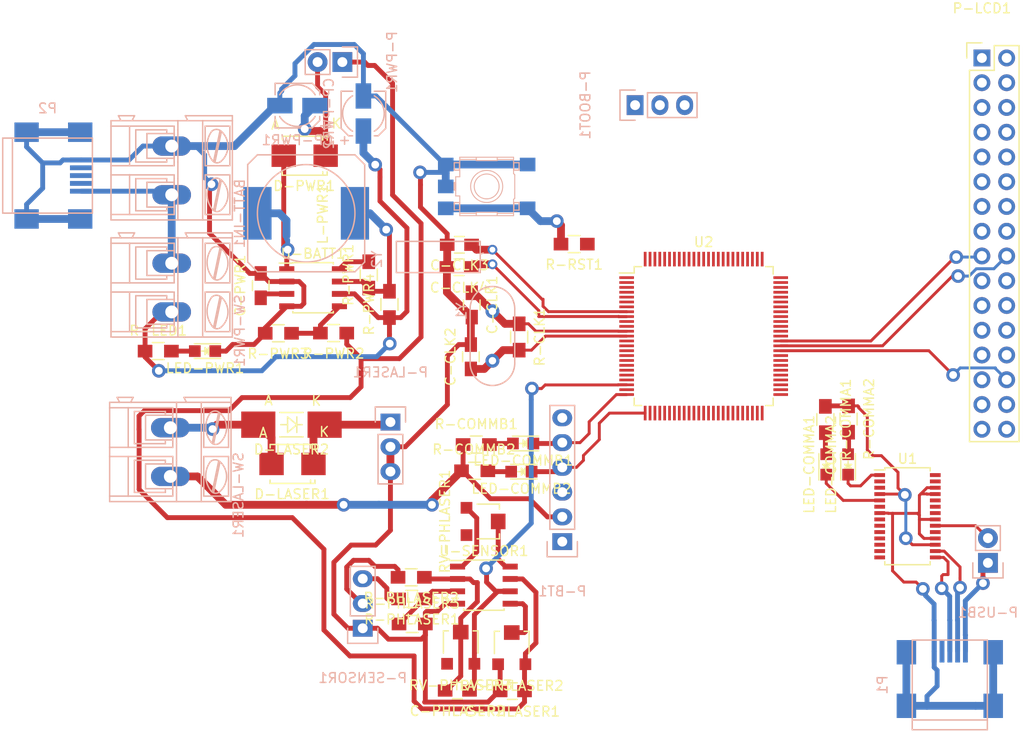
<source format=kicad_pcb>
(kicad_pcb (version 4) (host pcbnew 4.0.5)
  (layers (0 F.Cu signal) (31 B.Cu signal) (34 B.Paste user hide) (35 F.Paste user hide) (36 B.SilkS user) (37 F.SilkS user) (38 B.Mask user hide) (39 F.Mask user hide) (44 Edge.Cuts user hide))
  (net 0 "")
  (net 1 "Net-(BATT-IN1-Pad1)")
  (net 2 GND)
  (net 3 "Net-(C-CLK1-Pad1)")
  (net 4 "Net-(C-CLK2-Pad1)")
  (net 5 "Net-(C-CLK3-Pad1)")
  (net 6 "Net-(C-CLK4-Pad1)")
  (net 7 VCC)
  (net 8 /ADC_SENSOR)
  (net 9 "Net-(C-PHLASER2-Pad2)")
  (net 10 "Net-(C-PWR1-Pad1)")
  (net 11 "Net-(CP-PWR1-Pad1)")
  (net 12 "Net-(CP-PWR2-Pad1)")
  (net 13 "Net-(D-LASER1-Pad1)")
  (net 14 "Net-(D-LASER1-Pad2)")
  (net 15 "Net-(D-PWR1-Pad2)")
  (net 16 "Net-(L-PWR1-Pad1)")
  (net 17 "Net-(LED-PWR1-Pad2)")
  (net 18 "Net-(P-BOOT1-Pad2)")
  (net 19 VDD)
  (net 20 /LCD_RST)
  (net 21 /LCD_D15)
  (net 22 /LCD_D14)
  (net 23 /LCD_D13)
  (net 24 /LCD_D12)
  (net 25 /LCD_D11)
  (net 26 /LCD_D10)
  (net 27 /LCD_D9)
  (net 28 /LCD_D8)
  (net 29 /LCD_D7)
  (net 30 /LCD_D6)
  (net 31 /LCD_D5)
  (net 32 /LCD_D4)
  (net 33 /LCD_D3)
  (net 34 /LCD_D2)
  (net 35 /LCD_D1)
  (net 36 /LCD_D0)
  (net 37 /LCD_RD)
  (net 38 /LCD_WR)
  (net 39 /LCD_RS)
  (net 40 /LCD_CS)
  (net 41 /TIN_TCK)
  (net 42 /TIN_CS)
  (net 43 /TIN_MOSI)
  (net 44 /TIN_MISO)
  (net 45 /TIN_INT)
  (net 46 /LCD_BL)
  (net 47 /PC2)
  (net 48 "Net-(P-SENSOR1-Pad2)")
  (net 49 "Net-(P-SENSOR1-Pad3)")
  (net 50 "Net-(P1-Pad2)")
  (net 51 "Net-(P1-Pad3)")
  (net 52 "Net-(P1-Pad4)")
  (net 53 "Net-(P2-Pad2)")
  (net 54 "Net-(P2-Pad3)")
  (net 55 "Net-(P2-Pad4)")
  (net 56 "Net-(R-PHLASER1-Pad1)")
  (net 57 "Net-(R-PWR1-Pad2)")
  (net 58 "Net-(R-PWR2-Pad2)")
  (net 59 "Net-(R-RST1-Pad2)")
  (net 60 "Net-(RV-PHLASER1-Pad1)")
  (net 61 "Net-(RV-PHLASER1-Pad3)")
  (net 62 "Net-(RV-PHLASER1-Pad2)")
  (net 63 "Net-(RV-PHLASER2-Pad2)")
  (net 64 "Net-(RV-PHLASER3-Pad1)")
  (net 65 /TX)
  (net 66 "Net-(U1-Pad2)")
  (net 67 "Net-(U1-Pad3)")
  (net 68 /RX)
  (net 69 "Net-(U1-Pad6)")
  (net 70 "Net-(U1-Pad9)")
  (net 71 "Net-(U1-Pad10)")
  (net 72 "Net-(U1-Pad11)")
  (net 73 "Net-(U1-Pad12)")
  (net 74 "Net-(U1-Pad13)")
  (net 75 "Net-(U1-Pad14)")
  (net 76 "Net-(U1-Pad19)")
  (net 77 "Net-(U1-Pad22)")
  (net 78 "Net-(U1-Pad23)")
  (net 79 "Net-(U1-Pad27)")
  (net 80 "Net-(U1-Pad28)")
  (net 81 "Net-(U2-Pad1)")
  (net 82 "Net-(U2-Pad2)")
  (net 83 "Net-(U2-Pad3)")
  (net 84 "Net-(U2-Pad4)")
  (net 85 "Net-(U2-Pad5)")
  (net 86 "Net-(U2-Pad6)")
  (net 87 "Net-(U2-Pad7)")
  (net 88 "Net-(U2-Pad15)")
  (net 89 "Net-(U2-Pad16)")
  (net 90 "Net-(U2-Pad18)")
  (net 91 "Net-(U2-Pad20)")
  (net 92 "Net-(U2-Pad21)")
  (net 93 "Net-(U2-Pad24)")
  (net 94 "Net-(U2-Pad29)")
  (net 95 "Net-(U2-Pad33)")
  (net 96 "Net-(U2-Pad34)")
  (net 97 "Net-(U2-Pad35)")
  (net 98 "Net-(U2-Pad36)")
  (net 99 "Net-(U2-Pad47)")
  (net 100 "Net-(U2-Pad48)")
  (net 101 "Net-(U2-Pad51)")
  (net 102 "Net-(U2-Pad52)")
  (net 103 "Net-(U2-Pad53)")
  (net 104 "Net-(U2-Pad54)")
  (net 105 "Net-(U2-Pad59)")
  (net 106 "Net-(U2-Pad63)")
  (net 107 "Net-(U2-Pad64)")
  (net 108 "Net-(U2-Pad65)")
  (net 109 "Net-(U2-Pad66)")
  (net 110 "Net-(U2-Pad67)")
  (net 111 "Net-(U2-Pad70)")
  (net 112 "Net-(U2-Pad71)")
  (net 113 "Net-(U2-Pad72)")
  (net 114 "Net-(U2-Pad73)")
  (net 115 "Net-(U2-Pad76)")
  (net 116 "Net-(U2-Pad77)")
  (net 117 "Net-(U2-Pad78)")
  (net 118 "Net-(U2-Pad79)")
  (net 119 "Net-(U2-Pad80)")
  (net 120 "Net-(U2-Pad83)")
  (net 121 "Net-(U2-Pad84)")
  (net 122 "Net-(U2-Pad87)")
  (net 123 "Net-(U2-Pad89)")
  (net 124 "Net-(U2-Pad90)")
  (net 125 "Net-(U2-Pad91)")
  (net 126 "Net-(U2-Pad95)")
  (net 127 "Net-(U2-Pad96)")
  (net 128 "Net-(U2-Pad97)")
  (net 129 /BT_RX)
  (net 130 /BT_TX)
  (net 131 "Net-(P-BT1-Pad1)")
  (net 132 "Net-(P-BT1-Pad6)")
  (net 133 "Net-(LED-COMMA1-Pad2)")
  (net 134 "Net-(LED-COMMA2-Pad2)")
  (net 135 "Net-(LED-COMMB1-Pad2)")
  (net 136 "Net-(LED-COMMB2-Pad2)")
  (net 137 "Net-(P-USB1-Pad1)")
  (module Resistors_SMD:R_0805_HandSoldering (layer F.Cu) (at 71 95.02)
    (fp_text reference R-LED1 (at 0 -2.1) (layer F.SilkS))
    (fp_text value 330)
    (pad 1 smd rect (at -1.35 0) (size 1.5 1.3) (layers F.Cu F.Paste F.Mask) (net 12 "Net-(CP-PWR2-Pad1)"))
    (pad 2 smd rect (at 1.35 0) (size 1.5 1.3) (layers F.Cu F.Paste F.Mask) (net 17 "Net-(LED-PWR1-Pad2)"))
  )
  (module Capacitors_SMD:C_0805_HandSoldering (layer F.Cu) (at 103.15 90.28 270)
    (fp_text reference C-CLK1 (at 0 -2.1 270) (layer F.SilkS))
    (fp_text value 22pF)
    (pad 1 smd rect (at -1.25 0 270) (size 1.5 1.25) (layers F.Cu F.Paste F.Mask) (net 3 "Net-(C-CLK1-Pad1)"))
    (pad 2 smd rect (at 1.25 0 270) (size 1.5 1.25) (layers F.Cu F.Paste F.Mask) (net 2 GND))
  )
  (module Capacitors_SMD:C_0805_HandSoldering (layer F.Cu) (at 103.06 95.6 90)
    (fp_text reference C-CLK2 (at 0 -2.1 90) (layer F.SilkS))
    (fp_text value 22pF)
    (pad 1 smd rect (at -1.25 0 90) (size 1.5 1.25) (layers F.Cu F.Paste F.Mask) (net 4 "Net-(C-CLK2-Pad1)"))
    (pad 2 smd rect (at 1.25 0 90) (size 1.5 1.25) (layers F.Cu F.Paste F.Mask) (net 2 GND))
  )
  (module Capacitors_SMD:C_0805_HandSoldering (layer F.Cu) (at 101.88 84.11 180)
    (fp_text reference C-CLK3 (at 0 -2.1 180) (layer F.SilkS))
    (fp_text value 22pF)
    (pad 1 smd rect (at -1.25 0 180) (size 1.5 1.25) (layers F.Cu F.Paste F.Mask) (net 5 "Net-(C-CLK3-Pad1)"))
    (pad 2 smd rect (at 1.25 0 180) (size 1.5 1.25) (layers F.Cu F.Paste F.Mask) (net 2 GND))
  )
  (module Capacitors_SMD:C_0805_HandSoldering (layer F.Cu) (at 101.85 86.41 180)
    (fp_text reference C-CLK4 (at 0 -2.1 180) (layer F.SilkS))
    (fp_text value 22pF)
    (pad 1 smd rect (at -1.25 0 180) (size 1.5 1.25) (layers F.Cu F.Paste F.Mask) (net 6 "Net-(C-CLK4-Pad1)"))
    (pad 2 smd rect (at 1.25 0 180) (size 1.5 1.25) (layers F.Cu F.Paste F.Mask) (net 2 GND))
  )
  (module Capacitors_SMD:C_0805_HandSoldering (layer F.Cu) (at 107.31 129.91 180)
    (fp_text reference C-PHLASER1 (at 0 -2.1 180) (layer F.SilkS))
    (fp_text value 0.1uF)
    (pad 1 smd rect (at -1.25 0 180) (size 1.5 1.25) (layers F.Cu F.Paste F.Mask) (net 7 VCC))
    (pad 2 smd rect (at 1.25 0 180) (size 1.5 1.25) (layers F.Cu F.Paste F.Mask) (net 2 GND))
  )
  (module Capacitors_SMD:C_0805_HandSoldering (layer F.Cu) (at 101.67 129.85 180)
    (fp_text reference C-PHLASER2 (at 0 -2.1 180) (layer F.SilkS))
    (fp_text value 0.1uF)
    (pad 1 smd rect (at -1.25 0 180) (size 1.5 1.25) (layers F.Cu F.Paste F.Mask) (net 8 /ADC_SENSOR))
    (pad 2 smd rect (at 1.25 0 180) (size 1.5 1.25) (layers F.Cu F.Paste F.Mask) (net 9 "Net-(C-PHLASER2-Pad2)"))
  )
  (module Capacitors_SMD:C_0805_HandSoldering (layer F.Cu) (at 81.51 88.3 90)
    (fp_text reference C-PWR1 (at 0 -2.1 90) (layer F.SilkS))
    (fp_text value 1nF)
    (pad 1 smd rect (at -1.25 0 90) (size 1.5 1.25) (layers F.Cu F.Paste F.Mask) (net 10 "Net-(C-PWR1-Pad1)"))
    (pad 2 smd rect (at 1.25 0 90) (size 1.5 1.25) (layers F.Cu F.Paste F.Mask) (net 2 GND))
  )
  (module Capacitors_SMD:c_elec_4x5.3 (layer B.Cu) (at 85.27 69.83 180)
    (fp_text reference CP-PWR1 (at 0 -3.5433 180) (layer B.SilkS) (effects (justify mirror)))
    (fp_text value 100uF)
    (fp_text user + (at -2.7686 -2.0066 180) (layer B.SilkS) (effects (justify mirror)))
    (pad 1 smd rect (at -1.8 0) (size 2.6 1.6) (layers B.Cu B.Paste B.Mask) (net 11 "Net-(CP-PWR1-Pad1)"))
    (pad 2 smd rect (at 1.8 0) (size 2.6 1.6) (layers B.Cu B.Paste B.Mask) (net 2 GND))
  )
  (module Capacitors_SMD:c_elec_4x5.3 (layer B.Cu) (at 92.04 70.64 90)
    (fp_text reference CP-PWR2 (at 0 -3.5433 90) (layer B.SilkS) (effects (justify mirror)))
    (fp_text value 10uF)
    (fp_text user + (at -2.7686 -2.0066 90) (layer B.SilkS) (effects (justify mirror)))
    (pad 1 smd rect (at -1.8 0 270) (size 2.6 1.6) (layers B.Cu B.Paste B.Mask) (net 12 "Net-(CP-PWR2-Pad1)"))
    (pad 2 smd rect (at 1.8 0 270) (size 2.6 1.6) (layers B.Cu B.Paste B.Mask) (net 2 GND))
  )
  (module Diodes_SMD:SMB_Standard (layer F.Cu) (at 84.76884 106.6 180)
    (fp_text reference D-LASER1 (at 0.05 -3.1 180) (layer F.SilkS))
    (fp_text value D)
    (fp_text user K (at -3.25 3.3 180) (layer F.SilkS))
    (fp_text user A (at 3 3.2 180) (layer F.SilkS))
    (pad 1 smd rect (at -2.14884 0 180) (size 2.49936 2.30124) (layers F.Cu F.Paste F.Mask) (net 13 "Net-(D-LASER1-Pad1)"))
    (pad 2 smd rect (at 2.14884 0 180) (size 2.49936 2.30124) (layers F.Cu F.Paste F.Mask) (net 14 "Net-(D-LASER1-Pad2)"))
  )
  (module Diodes_SMD:MELF_Handsoldering (layer F.Cu) (at 84.66106 102.57 180)
    (fp_text reference D-LASER2 (at 0 -2.54 180) (layer F.SilkS))
    (fp_text value D)
    (fp_text user K (at -2.55 2.45 180) (layer F.SilkS))
    (fp_text user A (at 2.35 2.5 180) (layer F.SilkS))
    (pad 1 smd rect (at -3.40106 0 180) (size 3.50012 2.70002) (layers F.Cu F.Paste F.Mask) (net 13 "Net-(D-LASER1-Pad1)"))
    (pad 2 smd rect (at 3.40106 0 180) (size 3.50012 2.70002) (layers F.Cu F.Paste F.Mask) (net 14 "Net-(D-LASER1-Pad2)"))
  )
  (module Diodes_SMD:SMB_Standard (layer F.Cu) (at 86.01884 74.97 180)
    (fp_text reference D-PWR1 (at 0.05 -3.1 180) (layer F.SilkS))
    (fp_text value D_Schottky)
    (fp_text user K (at -3.25 3.3 180) (layer F.SilkS))
    (fp_text user A (at 3 3.2 180) (layer F.SilkS))
    (pad 1 smd rect (at -2.14884 0 180) (size 2.49936 2.30124) (layers F.Cu F.Paste F.Mask) (net 11 "Net-(CP-PWR1-Pad1)"))
    (pad 2 smd rect (at 2.14884 0 180) (size 2.49936 2.30124) (layers F.Cu F.Paste F.Mask) (net 15 "Net-(D-PWR1-Pad2)"))
  )
  (module Inductors:SELF-WE-PD-XXL (layer B.Cu) (at 86.17 80.88 180)
    (fp_text reference L-PWR1 (at -1.69926 -0.09906 270) (layer F.SilkS))
    (fp_text value 100uH)
    (fp_text user "" (at 0 0 180) (layer B.SilkS) (effects (justify mirror)))
    (fp_text user "" (at 0 0 180) (layer B.SilkS) (effects (justify mirror)))
    (pad 1 smd rect (at -5.00126 0 180) (size 2.90068 5.40004) (layers B.Cu B.Paste B.Mask) (net 16 "Net-(L-PWR1-Pad1)"))
    (pad 2 smd rect (at 5.00126 0 180) (size 2.90068 5.40004) (layers B.Cu B.Paste B.Mask) (net 15 "Net-(D-PWR1-Pad2)"))
  )
  (module LEDs:LED_0805 (layer F.Cu) (at 75.79902 95.02 180)
    (fp_text reference LED-PWR1 (at 0 -1.75 180) (layer F.SilkS))
    (fp_text value LED)
    (pad 2 smd rect (at 1.04902 0) (size 1.19888 1.19888) (layers F.Cu F.Paste F.Mask) (net 17 "Net-(LED-PWR1-Pad2)"))
    (pad 1 smd rect (at -1.04902 0) (size 1.19888 1.19888) (layers F.Cu F.Paste F.Mask) (net 2 GND))
  )
  (module Pin_Headers:Pin_Header_Straight_1x03 (layer B.Cu) (at 119.9 69.78 270)
    (fp_text reference P-BOOT1 (at 0 5.1 270) (layer B.SilkS) (effects (justify mirror)))
    (fp_text value CONN_01X03)
    (pad 1 thru_hole rect (at 0 0 270) (size 2.032 1.7272) (drill 1.016) (layers *.Cu *.Mask) (net 2 GND))
    (pad 2 thru_hole oval (at 0 -2.54 270) (size 2.032 1.7272) (drill 1.016) (layers *.Cu *.Mask) (net 18 "Net-(P-BOOT1-Pad2)"))
    (pad 3 thru_hole oval (at 0 -5.08 270) (size 2.032 1.7272) (drill 1.016) (layers *.Cu *.Mask) (net 19 VDD))
  )
  (module Pin_Headers:Pin_Header_Straight_2x16 (layer F.Cu) (at 155.46 64.94)
    (fp_text reference P-LCD1 (at 0 -5.1) (layer F.SilkS))
    (fp_text value CONN_02X16)
    (pad 1 thru_hole rect (at 0 0) (size 1.7272 1.7272) (drill 1.016) (layers *.Cu *.Mask) (net 2 GND))
    (pad 2 thru_hole oval (at 2.54 0) (size 1.7272 1.7272) (drill 1.016) (layers *.Cu *.Mask) (net 20 /LCD_RST))
    (pad 3 thru_hole oval (at 0 2.54) (size 1.7272 1.7272) (drill 1.016) (layers *.Cu *.Mask) (net 21 /LCD_D15))
    (pad 4 thru_hole oval (at 2.54 2.54) (size 1.7272 1.7272) (drill 1.016) (layers *.Cu *.Mask) (net 22 /LCD_D14))
    (pad 5 thru_hole oval (at 0 5.08) (size 1.7272 1.7272) (drill 1.016) (layers *.Cu *.Mask) (net 23 /LCD_D13))
    (pad 6 thru_hole oval (at 2.54 5.08) (size 1.7272 1.7272) (drill 1.016) (layers *.Cu *.Mask) (net 24 /LCD_D12))
    (pad 7 thru_hole oval (at 0 7.62) (size 1.7272 1.7272) (drill 1.016) (layers *.Cu *.Mask) (net 25 /LCD_D11))
    (pad 8 thru_hole oval (at 2.54 7.62) (size 1.7272 1.7272) (drill 1.016) (layers *.Cu *.Mask) (net 26 /LCD_D10))
    (pad 9 thru_hole oval (at 0 10.16) (size 1.7272 1.7272) (drill 1.016) (layers *.Cu *.Mask) (net 27 /LCD_D9))
    (pad 10 thru_hole oval (at 2.54 10.16) (size 1.7272 1.7272) (drill 1.016) (layers *.Cu *.Mask) (net 28 /LCD_D8))
    (pad 11 thru_hole oval (at 0 12.7) (size 1.7272 1.7272) (drill 1.016) (layers *.Cu *.Mask) (net 29 /LCD_D7))
    (pad 12 thru_hole oval (at 2.54 12.7) (size 1.7272 1.7272) (drill 1.016) (layers *.Cu *.Mask) (net 30 /LCD_D6))
    (pad 13 thru_hole oval (at 0 15.24) (size 1.7272 1.7272) (drill 1.016) (layers *.Cu *.Mask) (net 31 /LCD_D5))
    (pad 14 thru_hole oval (at 2.54 15.24) (size 1.7272 1.7272) (drill 1.016) (layers *.Cu *.Mask) (net 32 /LCD_D4))
    (pad 15 thru_hole oval (at 0 17.78) (size 1.7272 1.7272) (drill 1.016) (layers *.Cu *.Mask) (net 33 /LCD_D3))
    (pad 16 thru_hole oval (at 2.54 17.78) (size 1.7272 1.7272) (drill 1.016) (layers *.Cu *.Mask) (net 34 /LCD_D2))
    (pad 17 thru_hole oval (at 0 20.32) (size 1.7272 1.7272) (drill 1.016) (layers *.Cu *.Mask) (net 35 /LCD_D1))
    (pad 18 thru_hole oval (at 2.54 20.32) (size 1.7272 1.7272) (drill 1.016) (layers *.Cu *.Mask) (net 36 /LCD_D0))
    (pad 19 thru_hole oval (at 0 22.86) (size 1.7272 1.7272) (drill 1.016) (layers *.Cu *.Mask) (net 37 /LCD_RD))
    (pad 20 thru_hole oval (at 2.54 22.86) (size 1.7272 1.7272) (drill 1.016) (layers *.Cu *.Mask) (net 38 /LCD_WR))
    (pad 21 thru_hole oval (at 0 25.4) (size 1.7272 1.7272) (drill 1.016) (layers *.Cu *.Mask) (net 39 /LCD_RS))
    (pad 22 thru_hole oval (at 2.54 25.4) (size 1.7272 1.7272) (drill 1.016) (layers *.Cu *.Mask) (net 40 /LCD_CS))
    (pad 23 thru_hole oval (at 0 27.94) (size 1.7272 1.7272) (drill 1.016) (layers *.Cu *.Mask) (net 41 /TIN_TCK))
    (pad 24 thru_hole oval (at 2.54 27.94) (size 1.7272 1.7272) (drill 1.016) (layers *.Cu *.Mask) (net 42 /TIN_CS))
    (pad 25 thru_hole oval (at 0 30.48) (size 1.7272 1.7272) (drill 1.016) (layers *.Cu *.Mask) (net 43 /TIN_MOSI))
    (pad 26 thru_hole oval (at 2.54 30.48) (size 1.7272 1.7272) (drill 1.016) (layers *.Cu *.Mask) (net 44 /TIN_MISO))
    (pad 27 thru_hole oval (at 0 33.02) (size 1.7272 1.7272) (drill 1.016) (layers *.Cu *.Mask) (net 45 /TIN_INT))
    (pad 28 thru_hole oval (at 2.54 33.02) (size 1.7272 1.7272) (drill 1.016) (layers *.Cu *.Mask) (net 46 /LCD_BL))
    (pad 29 thru_hole oval (at 0 35.56) (size 1.7272 1.7272) (drill 1.016) (layers *.Cu *.Mask) (net 7 VCC))
    (pad 30 thru_hole oval (at 2.54 35.56) (size 1.7272 1.7272) (drill 1.016) (layers *.Cu *.Mask) (net 47 /PC2))
    (pad 31 thru_hole oval (at 0 38.1) (size 1.7272 1.7272) (drill 1.016) (layers *.Cu *.Mask) (net 19 VDD))
    (pad 32 thru_hole oval (at 2.54 38.1) (size 1.7272 1.7272) (drill 1.016) (layers *.Cu *.Mask) (net 2 GND))
  )
  (module Pin_Headers:Pin_Header_Straight_1x02 (layer B.Cu) (at 89.88 65.36 90)
    (fp_text reference P-PWR1 (at 0 5.1 90) (layer B.SilkS) (effects (justify mirror)))
    (fp_text value CONN_01X02)
    (pad 1 thru_hole rect (at 0 0 90) (size 2.032 2.032) (drill 1.016) (layers *.Cu *.Mask) (net 7 VCC))
    (pad 2 thru_hole oval (at 0 -2.54 90) (size 2.032 2.032) (drill 1.016) (layers *.Cu *.Mask) (net 11 "Net-(CP-PWR1-Pad1)"))
  )
  (module Pin_Headers:Pin_Header_Straight_1x03 (layer B.Cu) (at 91.97 123.46)
    (fp_text reference P-SENSOR1 (at 0 5.1) (layer B.SilkS) (effects (justify mirror)))
    (fp_text value CONN_01X03)
    (pad 1 thru_hole rect (at 0 0) (size 2.032 1.7272) (drill 1.016) (layers *.Cu *.Mask) (net 2 GND))
    (pad 2 thru_hole oval (at 0 -2.54) (size 2.032 1.7272) (drill 1.016) (layers *.Cu *.Mask) (net 48 "Net-(P-SENSOR1-Pad2)"))
    (pad 3 thru_hole oval (at 0 -5.08) (size 2.032 1.7272) (drill 1.016) (layers *.Cu *.Mask) (net 49 "Net-(P-SENSOR1-Pad3)"))
  )
  (module Connect:USB_Mini-B (layer B.Cu) (at 152.16992 129.27026 90)
    (fp_text reference P1 (at 0 -6.90118 90) (layer B.SilkS) (effects (justify mirror)))
    (fp_text value USB_OTG)
    (pad 1 smd rect (at 3.44932 1.6002 90) (size 2.30124 0.50038) (layers B.Cu B.Paste B.Mask) (net 137 "Net-(P-USB1-Pad1)"))
    (pad 2 smd rect (at 3.44932 0.8001 90) (size 2.30124 0.50038) (layers B.Cu B.Paste B.Mask) (net 50 "Net-(P1-Pad2)"))
    (pad 3 smd rect (at 3.44932 0 90) (size 2.30124 0.50038) (layers B.Cu B.Paste B.Mask) (net 51 "Net-(P1-Pad3)"))
    (pad 4 smd rect (at 3.44932 -0.8001 90) (size 2.30124 0.50038) (layers B.Cu B.Paste B.Mask) (net 52 "Net-(P1-Pad4)"))
    (pad 5 smd rect (at 3.44932 -1.6002 90) (size 2.30124 0.50038) (layers B.Cu B.Paste B.Mask) (net 2 GND))
    (pad 6 smd rect (at 3.35026 4.45008 90) (size 2.49936 1.99898) (layers B.Cu B.Paste B.Mask) (net 2 GND))
    (pad 6 smd rect (at -2.14884 4.45008 90) (size 2.49936 1.99898) (layers B.Cu B.Paste B.Mask) (net 2 GND))
    (pad 6 smd rect (at 3.35026 -4.45008 90) (size 2.49936 1.99898) (layers B.Cu B.Paste B.Mask) (net 2 GND))
    (pad 6 smd rect (at -2.14884 -4.45008 90) (size 2.49936 1.99898) (layers B.Cu B.Paste B.Mask) (net 2 GND))
    (pad "" np_thru_hole circle (at 0.8509 2.19964 90) (size 0.89916 0.89916) (drill 0.89916) (layers *.Cu *.Mask))
    (pad "" np_thru_hole circle (at 0.8509 -2.19964 90) (size 0.89916 0.89916) (drill 0.89916) (layers *.Cu *.Mask))
  )
  (module Connect:USB_Mini-B (layer B.Cu) (at 59.6491 77.00964)
    (fp_text reference P2 (at 0 -6.90118) (layer B.SilkS) (effects (justify mirror)))
    (fp_text value USB_OTG)
    (pad 1 smd rect (at 3.44932 1.6002) (size 2.30124 0.50038) (layers B.Cu B.Paste B.Mask) (net 1 "Net-(BATT-IN1-Pad1)"))
    (pad 2 smd rect (at 3.44932 0.8001) (size 2.30124 0.50038) (layers B.Cu B.Paste B.Mask) (net 53 "Net-(P2-Pad2)"))
    (pad 3 smd rect (at 3.44932 0) (size 2.30124 0.50038) (layers B.Cu B.Paste B.Mask) (net 54 "Net-(P2-Pad3)"))
    (pad 4 smd rect (at 3.44932 -0.8001) (size 2.30124 0.50038) (layers B.Cu B.Paste B.Mask) (net 55 "Net-(P2-Pad4)"))
    (pad 5 smd rect (at 3.44932 -1.6002) (size 2.30124 0.50038) (layers B.Cu B.Paste B.Mask) (net 2 GND))
    (pad 6 smd rect (at 3.35026 4.45008) (size 2.49936 1.99898) (layers B.Cu B.Paste B.Mask) (net 2 GND))
    (pad 6 smd rect (at -2.14884 4.45008) (size 2.49936 1.99898) (layers B.Cu B.Paste B.Mask) (net 2 GND))
    (pad 6 smd rect (at 3.35026 -4.45008) (size 2.49936 1.99898) (layers B.Cu B.Paste B.Mask) (net 2 GND))
    (pad 6 smd rect (at -2.14884 -4.45008) (size 2.49936 1.99898) (layers B.Cu B.Paste B.Mask) (net 2 GND))
    (pad "" np_thru_hole circle (at 0.8509 2.19964) (size 0.89916 0.89916) (drill 0.89916) (layers *.Cu *.Mask))
    (pad "" np_thru_hole circle (at 0.8509 -2.19964) (size 0.89916 0.89916) (drill 0.89916) (layers *.Cu *.Mask))
  )
  (module Resistors_SMD:R_0805_HandSoldering (layer F.Cu) (at 108.01 93.57 270)
    (fp_text reference R-CLK1 (at 0 -2.1 270) (layer F.SilkS))
    (fp_text value 1K)
    (pad 1 smd rect (at -1.35 0 270) (size 1.5 1.3) (layers F.Cu F.Paste F.Mask) (net 3 "Net-(C-CLK1-Pad1)"))
    (pad 2 smd rect (at 1.35 0 270) (size 1.5 1.3) (layers F.Cu F.Paste F.Mask) (net 4 "Net-(C-CLK2-Pad1)"))
  )
  (module Resistors_SMD:R_0805_HandSoldering (layer F.Cu) (at 97 120.45 180)
    (fp_text reference R-PHLASER1 (at 0 -2.1 180) (layer F.SilkS))
    (fp_text value 100K)
    (pad 1 smd rect (at -1.35 0 180) (size 1.5 1.3) (layers F.Cu F.Paste F.Mask) (net 56 "Net-(R-PHLASER1-Pad1)"))
    (pad 2 smd rect (at 1.35 0 180) (size 1.5 1.3) (layers F.Cu F.Paste F.Mask) (net 49 "Net-(P-SENSOR1-Pad3)"))
  )
  (module Resistors_SMD:R_0805_HandSoldering (layer F.Cu) (at 96.94 118.23 180)
    (fp_text reference R-PHLASER2 (at 0 -2.1 180) (layer F.SilkS))
    (fp_text value 100K)
    (pad 1 smd rect (at -1.35 0 180) (size 1.5 1.3) (layers F.Cu F.Paste F.Mask) (net 9 "Net-(C-PHLASER2-Pad2)"))
    (pad 2 smd rect (at 1.35 0 180) (size 1.5 1.3) (layers F.Cu F.Paste F.Mask) (net 48 "Net-(P-SENSOR1-Pad2)"))
  )
  (module Resistors_SMD:R_0805_HandSoldering (layer F.Cu) (at 97.04 123.02)
    (fp_text reference R-PHLASER3 (at 0 -2.1) (layer F.SilkS))
    (fp_text value 100K)
    (pad 1 smd rect (at -1.35 0) (size 1.5 1.3) (layers F.Cu F.Paste F.Mask) (net 56 "Net-(R-PHLASER1-Pad1)"))
    (pad 2 smd rect (at 1.35 0) (size 1.5 1.3) (layers F.Cu F.Paste F.Mask) (net 2 GND))
  )
  (module Resistors_SMD:R_0805_HandSoldering (layer F.Cu) (at 92.59 87.2 90)
    (fp_text reference R-PWR1 (at 0 -2.1 90) (layer F.SilkS))
    (fp_text value 180)
    (pad 1 smd rect (at -1.35 0 90) (size 1.5 1.3) (layers F.Cu F.Paste F.Mask) (net 16 "Net-(L-PWR1-Pad1)"))
    (pad 2 smd rect (at 1.35 0 90) (size 1.5 1.3) (layers F.Cu F.Paste F.Mask) (net 57 "Net-(R-PWR1-Pad2)"))
  )
  (module Resistors_SMD:R_0805_HandSoldering (layer F.Cu) (at 88.98 93.17 180)
    (fp_text reference R-PWR2 (at 0 -2.1 180) (layer F.SilkS))
    (fp_text value 12K)
    (pad 1 smd rect (at -1.35 0 180) (size 1.5 1.3) (layers F.Cu F.Paste F.Mask) (net 7 VCC))
    (pad 2 smd rect (at 1.35 0 180) (size 1.5 1.3) (layers F.Cu F.Paste F.Mask) (net 58 "Net-(R-PWR2-Pad2)"))
  )
  (module Resistors_SMD:R_0805_HandSoldering (layer F.Cu) (at 83.32 93.19 180)
    (fp_text reference R-PWR3 (at 0 -2.1 180) (layer F.SilkS))
    (fp_text value 3K9)
    (pad 1 smd rect (at -1.35 0 180) (size 1.5 1.3) (layers F.Cu F.Paste F.Mask) (net 58 "Net-(R-PWR2-Pad2)"))
    (pad 2 smd rect (at 1.35 0 180) (size 1.5 1.3) (layers F.Cu F.Paste F.Mask) (net 2 GND))
  )
  (module Resistors_SMD:R_0805_HandSoldering (layer F.Cu) (at 94.71 90.23 90)
    (fp_text reference R-PWR4 (at 0 -2.1 90) (layer F.SilkS))
    (fp_text value 180)
    (pad 1 smd rect (at -1.35 0 90) (size 1.5 1.3) (layers F.Cu F.Paste F.Mask) (net 12 "Net-(CP-PWR2-Pad1)"))
    (pad 2 smd rect (at 1.35 0 90) (size 1.5 1.3) (layers F.Cu F.Paste F.Mask) (net 16 "Net-(L-PWR1-Pad1)"))
  )
  (module Resistors_SMD:R_0805_HandSoldering (layer F.Cu) (at 113.65 84.04 180)
    (fp_text reference R-RST1 (at 0 -2.1 180) (layer F.SilkS))
    (fp_text value 4k7)
    (pad 1 smd rect (at -1.35 0 180) (size 1.5 1.3) (layers F.Cu F.Paste F.Mask) (net 19 VDD))
    (pad 2 smd rect (at 1.35 0 180) (size 1.5 1.3) (layers F.Cu F.Paste F.Mask) (net 59 "Net-(R-RST1-Pad2)"))
  )
  (module Potentiometers:Potentiometer_Trimmer-EVM3E (layer F.Cu) (at 104.235 112.5 270)
    (fp_text reference RV-PHLASER1 (at 0 3.835 270) (layer F.SilkS))
    (fp_text value 100K)
    (pad 1 smd rect (at -1.4 1.625 270) (size 1.2 1.2) (layers F.Cu F.Paste F.Mask) (net 60 "Net-(RV-PHLASER1-Pad1)"))
    (pad 3 smd rect (at 1.4 1.625 270) (size 1.2 1.2) (layers F.Cu F.Paste F.Mask) (net 61 "Net-(RV-PHLASER1-Pad3)"))
    (pad 2 smd rect (at 0 -1.625 270) (size 1.6 1.5) (layers F.Cu F.Paste F.Mask) (net 62 "Net-(RV-PHLASER1-Pad2)"))
  )
  (module Potentiometers:Potentiometer_Trimmer-EVM3E (layer F.Cu) (at 107.25 125.525)
    (fp_text reference RV-PHLASER2 (at 0 3.835) (layer F.SilkS))
    (fp_text value 100K)
    (pad 1 smd rect (at -1.4 1.625) (size 1.2 1.2) (layers F.Cu F.Paste F.Mask) (net 2 GND))
    (pad 3 smd rect (at 1.4 1.625) (size 1.2 1.2) (layers F.Cu F.Paste F.Mask) (net 7 VCC))
    (pad 2 smd rect (at 0 -1.625) (size 1.6 1.5) (layers F.Cu F.Paste F.Mask) (net 63 "Net-(RV-PHLASER2-Pad2)"))
  )
  (module Potentiometers:Potentiometer_Trimmer-EVM3E (layer F.Cu) (at 102.02 125.48)
    (fp_text reference RV-PHLASER3 (at 0 3.835) (layer F.SilkS))
    (fp_text value 100K)
    (pad 1 smd rect (at -1.4 1.625) (size 1.2 1.2) (layers F.Cu F.Paste F.Mask) (net 64 "Net-(RV-PHLASER3-Pad1)"))
    (pad 3 smd rect (at 1.4 1.625) (size 1.2 1.2) (layers F.Cu F.Paste F.Mask) (net 8 /ADC_SENSOR))
    (pad 2 smd rect (at 0 -1.625) (size 1.6 1.5) (layers F.Cu F.Paste F.Mask) (net 9 "Net-(C-PHLASER2-Pad2)"))
  )
  (module Housings_SSOP:TSSOP-28_4.4x9.7mm_Pitch0.65mm (layer F.Cu) (at 147.83 111.965)
    (fp_text reference U1 (at 0 -5.9) (layer F.SilkS))
    (fp_text value FT232RL)
    (pad 1 smd rect (at -2.85 -4.225) (size 1.1 0.4) (layers F.Cu F.Paste F.Mask) (net 65 /TX))
    (pad 2 smd rect (at -2.85 -3.575) (size 1.1 0.4) (layers F.Cu F.Paste F.Mask) (net 66 "Net-(U1-Pad2)"))
    (pad 3 smd rect (at -2.85 -2.925) (size 1.1 0.4) (layers F.Cu F.Paste F.Mask) (net 67 "Net-(U1-Pad3)"))
    (pad 4 smd rect (at -2.85 -2.275) (size 1.1 0.4) (layers F.Cu F.Paste F.Mask) (net 19 VDD))
    (pad 5 smd rect (at -2.85 -1.625) (size 1.1 0.4) (layers F.Cu F.Paste F.Mask) (net 68 /RX))
    (pad 6 smd rect (at -2.85 -0.975) (size 1.1 0.4) (layers F.Cu F.Paste F.Mask) (net 69 "Net-(U1-Pad6)"))
    (pad 7 smd rect (at -2.85 -0.325) (size 1.1 0.4) (layers F.Cu F.Paste F.Mask) (net 2 GND))
    (pad 8 smd rect (at -2.85 0.325) (size 1.1 0.4) (layers F.Cu F.Paste F.Mask))
    (pad 9 smd rect (at -2.85 0.975) (size 1.1 0.4) (layers F.Cu F.Paste F.Mask) (net 70 "Net-(U1-Pad9)"))
    (pad 10 smd rect (at -2.85 1.625) (size 1.1 0.4) (layers F.Cu F.Paste F.Mask) (net 71 "Net-(U1-Pad10)"))
    (pad 11 smd rect (at -2.85 2.275) (size 1.1 0.4) (layers F.Cu F.Paste F.Mask) (net 72 "Net-(U1-Pad11)"))
    (pad 12 smd rect (at -2.85 2.925) (size 1.1 0.4) (layers F.Cu F.Paste F.Mask) (net 73 "Net-(U1-Pad12)"))
    (pad 13 smd rect (at -2.85 3.575) (size 1.1 0.4) (layers F.Cu F.Paste F.Mask) (net 74 "Net-(U1-Pad13)"))
    (pad 14 smd rect (at -2.85 4.225) (size 1.1 0.4) (layers F.Cu F.Paste F.Mask) (net 75 "Net-(U1-Pad14)"))
    (pad 15 smd rect (at 2.85 4.225) (size 1.1 0.4) (layers F.Cu F.Paste F.Mask) (net 51 "Net-(P1-Pad3)"))
    (pad 16 smd rect (at 2.85 3.575) (size 1.1 0.4) (layers F.Cu F.Paste F.Mask) (net 50 "Net-(P1-Pad2)"))
    (pad 17 smd rect (at 2.85 2.925) (size 1.1 0.4) (layers F.Cu F.Paste F.Mask) (net 19 VDD))
    (pad 18 smd rect (at 2.85 2.275) (size 1.1 0.4) (layers F.Cu F.Paste F.Mask) (net 2 GND))
    (pad 19 smd rect (at 2.85 1.625) (size 1.1 0.4) (layers F.Cu F.Paste F.Mask) (net 76 "Net-(U1-Pad19)"))
    (pad 20 smd rect (at 2.85 0.975) (size 1.1 0.4) (layers F.Cu F.Paste F.Mask) (net 7 VCC))
    (pad 21 smd rect (at 2.85 0.325) (size 1.1 0.4) (layers F.Cu F.Paste F.Mask) (net 2 GND))
    (pad 22 smd rect (at 2.85 -0.325) (size 1.1 0.4) (layers F.Cu F.Paste F.Mask) (net 77 "Net-(U1-Pad22)"))
    (pad 23 smd rect (at 2.85 -0.975) (size 1.1 0.4) (layers F.Cu F.Paste F.Mask) (net 78 "Net-(U1-Pad23)"))
    (pad 24 smd rect (at 2.85 -1.625) (size 1.1 0.4) (layers F.Cu F.Paste F.Mask))
    (pad 25 smd rect (at 2.85 -2.275) (size 1.1 0.4) (layers F.Cu F.Paste F.Mask) (net 2 GND))
    (pad 26 smd rect (at 2.85 -2.925) (size 1.1 0.4) (layers F.Cu F.Paste F.Mask) (net 2 GND))
    (pad 27 smd rect (at 2.85 -3.575) (size 1.1 0.4) (layers F.Cu F.Paste F.Mask) (net 79 "Net-(U1-Pad27)"))
    (pad 28 smd rect (at 2.85 -4.225) (size 1.1 0.4) (layers F.Cu F.Paste F.Mask) (net 80 "Net-(U1-Pad28)"))
  )
  (module Housings_QFP:LQFP-100_14x14mm_Pitch0.5mm (layer F.Cu) (at 126.93 93.48)
    (fp_text reference U2 (at 0 -9.65) (layer F.SilkS))
    (fp_text value STM32F103VETx)
    (pad 1 smd rect (at -7.9 -6) (size 1.5 0.28) (layers F.Cu F.Paste F.Mask) (net 81 "Net-(U2-Pad1)"))
    (pad 2 smd rect (at -7.9 -5.5) (size 1.5 0.28) (layers F.Cu F.Paste F.Mask) (net 82 "Net-(U2-Pad2)"))
    (pad 3 smd rect (at -7.9 -5) (size 1.5 0.28) (layers F.Cu F.Paste F.Mask) (net 83 "Net-(U2-Pad3)"))
    (pad 4 smd rect (at -7.9 -4.5) (size 1.5 0.28) (layers F.Cu F.Paste F.Mask) (net 84 "Net-(U2-Pad4)"))
    (pad 5 smd rect (at -7.9 -4) (size 1.5 0.28) (layers F.Cu F.Paste F.Mask) (net 85 "Net-(U2-Pad5)"))
    (pad 6 smd rect (at -7.9 -3.5) (size 1.5 0.28) (layers F.Cu F.Paste F.Mask) (net 86 "Net-(U2-Pad6)"))
    (pad 7 smd rect (at -7.9 -3) (size 1.5 0.28) (layers F.Cu F.Paste F.Mask) (net 87 "Net-(U2-Pad7)"))
    (pad 8 smd rect (at -7.9 -2.5) (size 1.5 0.28) (layers F.Cu F.Paste F.Mask) (net 5 "Net-(C-CLK3-Pad1)"))
    (pad 9 smd rect (at -7.9 -2) (size 1.5 0.28) (layers F.Cu F.Paste F.Mask) (net 6 "Net-(C-CLK4-Pad1)"))
    (pad 10 smd rect (at -7.9 -1.5) (size 1.5 0.28) (layers F.Cu F.Paste F.Mask) (net 2 GND))
    (pad 11 smd rect (at -7.9 -1) (size 1.5 0.28) (layers F.Cu F.Paste F.Mask) (net 19 VDD))
    (pad 12 smd rect (at -7.9 -0.5) (size 1.5 0.28) (layers F.Cu F.Paste F.Mask) (net 3 "Net-(C-CLK1-Pad1)"))
    (pad 13 smd rect (at -7.9 0) (size 1.5 0.28) (layers F.Cu F.Paste F.Mask) (net 4 "Net-(C-CLK2-Pad1)"))
    (pad 14 smd rect (at -7.9 0.5) (size 1.5 0.28) (layers F.Cu F.Paste F.Mask) (net 59 "Net-(R-RST1-Pad2)"))
    (pad 15 smd rect (at -7.9 1) (size 1.5 0.28) (layers F.Cu F.Paste F.Mask) (net 88 "Net-(U2-Pad15)"))
    (pad 16 smd rect (at -7.9 1.5) (size 1.5 0.28) (layers F.Cu F.Paste F.Mask) (net 89 "Net-(U2-Pad16)"))
    (pad 17 smd rect (at -7.9 2) (size 1.5 0.28) (layers F.Cu F.Paste F.Mask) (net 47 /PC2))
    (pad 18 smd rect (at -7.9 2.5) (size 1.5 0.28) (layers F.Cu F.Paste F.Mask) (net 90 "Net-(U2-Pad18)"))
    (pad 19 smd rect (at -7.9 3) (size 1.5 0.28) (layers F.Cu F.Paste F.Mask) (net 2 GND))
    (pad 20 smd rect (at -7.9 3.5) (size 1.5 0.28) (layers F.Cu F.Paste F.Mask) (net 91 "Net-(U2-Pad20)"))
    (pad 21 smd rect (at -7.9 4) (size 1.5 0.28) (layers F.Cu F.Paste F.Mask) (net 92 "Net-(U2-Pad21)"))
    (pad 22 smd rect (at -7.9 4.5) (size 1.5 0.28) (layers F.Cu F.Paste F.Mask) (net 19 VDD))
    (pad 23 smd rect (at -7.9 5) (size 1.5 0.28) (layers F.Cu F.Paste F.Mask) (net 8 /ADC_SENSOR))
    (pad 24 smd rect (at -7.9 5.5) (size 1.5 0.28) (layers F.Cu F.Paste F.Mask) (net 93 "Net-(U2-Pad24)"))
    (pad 25 smd rect (at -7.9 6) (size 1.5 0.28) (layers F.Cu F.Paste F.Mask) (net 129 /BT_RX))
    (pad 26 smd rect (at -6 7.9 90) (size 1.5 0.28) (layers F.Cu F.Paste F.Mask) (net 130 /BT_TX))
    (pad 27 smd rect (at -5.5 7.9 90) (size 1.5 0.28) (layers F.Cu F.Paste F.Mask) (net 2 GND))
    (pad 28 smd rect (at -5 7.9 90) (size 1.5 0.28) (layers F.Cu F.Paste F.Mask) (net 19 VDD))
    (pad 29 smd rect (at -4.5 7.9 90) (size 1.5 0.28) (layers F.Cu F.Paste F.Mask) (net 94 "Net-(U2-Pad29)"))
    (pad 30 smd rect (at -4 7.9 90) (size 1.5 0.28) (layers F.Cu F.Paste F.Mask) (net 41 /TIN_TCK))
    (pad 31 smd rect (at -3.5 7.9 90) (size 1.5 0.28) (layers F.Cu F.Paste F.Mask) (net 44 /TIN_MISO))
    (pad 32 smd rect (at -3 7.9 90) (size 1.5 0.28) (layers F.Cu F.Paste F.Mask) (net 43 /TIN_MOSI))
    (pad 33 smd rect (at -2.5 7.9 90) (size 1.5 0.28) (layers F.Cu F.Paste F.Mask) (net 95 "Net-(U2-Pad33)"))
    (pad 34 smd rect (at -2 7.9 90) (size 1.5 0.28) (layers F.Cu F.Paste F.Mask) (net 96 "Net-(U2-Pad34)"))
    (pad 35 smd rect (at -1.5 7.9 90) (size 1.5 0.28) (layers F.Cu F.Paste F.Mask) (net 97 "Net-(U2-Pad35)"))
    (pad 36 smd rect (at -1 7.9 90) (size 1.5 0.28) (layers F.Cu F.Paste F.Mask) (net 98 "Net-(U2-Pad36)"))
    (pad 37 smd rect (at -0.5 7.9 90) (size 1.5 0.28) (layers F.Cu F.Paste F.Mask) (net 2 GND))
    (pad 38 smd rect (at 0 7.9 90) (size 1.5 0.28) (layers F.Cu F.Paste F.Mask) (net 32 /LCD_D4))
    (pad 39 smd rect (at 0.5 7.9 90) (size 1.5 0.28) (layers F.Cu F.Paste F.Mask) (net 31 /LCD_D5))
    (pad 40 smd rect (at 1 7.9 90) (size 1.5 0.28) (layers F.Cu F.Paste F.Mask) (net 30 /LCD_D6))
    (pad 41 smd rect (at 1.5 7.9 90) (size 1.5 0.28) (layers F.Cu F.Paste F.Mask) (net 29 /LCD_D7))
    (pad 42 smd rect (at 2 7.9 90) (size 1.5 0.28) (layers F.Cu F.Paste F.Mask) (net 28 /LCD_D8))
    (pad 43 smd rect (at 2.5 7.9 90) (size 1.5 0.28) (layers F.Cu F.Paste F.Mask) (net 27 /LCD_D9))
    (pad 44 smd rect (at 3 7.9 90) (size 1.5 0.28) (layers F.Cu F.Paste F.Mask) (net 26 /LCD_D10))
    (pad 45 smd rect (at 3.5 7.9 90) (size 1.5 0.28) (layers F.Cu F.Paste F.Mask) (net 25 /LCD_D11))
    (pad 46 smd rect (at 4 7.9 90) (size 1.5 0.28) (layers F.Cu F.Paste F.Mask) (net 24 /LCD_D12))
    (pad 47 smd rect (at 4.5 7.9 90) (size 1.5 0.28) (layers F.Cu F.Paste F.Mask) (net 99 "Net-(U2-Pad47)"))
    (pad 48 smd rect (at 5 7.9 90) (size 1.5 0.28) (layers F.Cu F.Paste F.Mask) (net 100 "Net-(U2-Pad48)"))
    (pad 49 smd rect (at 5.5 7.9 90) (size 1.5 0.28) (layers F.Cu F.Paste F.Mask) (net 2 GND))
    (pad 50 smd rect (at 6 7.9 90) (size 1.5 0.28) (layers F.Cu F.Paste F.Mask) (net 19 VDD))
    (pad 51 smd rect (at 7.9 6) (size 1.5 0.28) (layers F.Cu F.Paste F.Mask) (net 101 "Net-(U2-Pad51)"))
    (pad 52 smd rect (at 7.9 5.5) (size 1.5 0.28) (layers F.Cu F.Paste F.Mask) (net 102 "Net-(U2-Pad52)"))
    (pad 53 smd rect (at 7.9 5) (size 1.5 0.28) (layers F.Cu F.Paste F.Mask) (net 103 "Net-(U2-Pad53)"))
    (pad 54 smd rect (at 7.9 4.5) (size 1.5 0.28) (layers F.Cu F.Paste F.Mask) (net 104 "Net-(U2-Pad54)"))
    (pad 55 smd rect (at 7.9 4) (size 1.5 0.28) (layers F.Cu F.Paste F.Mask) (net 23 /LCD_D13))
    (pad 56 smd rect (at 7.9 3.5) (size 1.5 0.28) (layers F.Cu F.Paste F.Mask) (net 22 /LCD_D14))
    (pad 57 smd rect (at 7.9 3) (size 1.5 0.28) (layers F.Cu F.Paste F.Mask) (net 21 /LCD_D15))
    (pad 58 smd rect (at 7.9 2.5) (size 1.5 0.28) (layers F.Cu F.Paste F.Mask) (net 39 /LCD_RS))
    (pad 59 smd rect (at 7.9 2) (size 1.5 0.28) (layers F.Cu F.Paste F.Mask) (net 105 "Net-(U2-Pad59)"))
    (pad 60 smd rect (at 7.9 1.5) (size 1.5 0.28) (layers F.Cu F.Paste F.Mask) (net 46 /LCD_BL))
    (pad 61 smd rect (at 7.9 1) (size 1.5 0.28) (layers F.Cu F.Paste F.Mask) (net 36 /LCD_D0))
    (pad 62 smd rect (at 7.9 0.5) (size 1.5 0.28) (layers F.Cu F.Paste F.Mask) (net 35 /LCD_D1))
    (pad 63 smd rect (at 7.9 0) (size 1.5 0.28) (layers F.Cu F.Paste F.Mask) (net 106 "Net-(U2-Pad63)"))
    (pad 64 smd rect (at 7.9 -0.5) (size 1.5 0.28) (layers F.Cu F.Paste F.Mask) (net 107 "Net-(U2-Pad64)"))
    (pad 65 smd rect (at 7.9 -1) (size 1.5 0.28) (layers F.Cu F.Paste F.Mask) (net 108 "Net-(U2-Pad65)"))
    (pad 66 smd rect (at 7.9 -1.5) (size 1.5 0.28) (layers F.Cu F.Paste F.Mask) (net 109 "Net-(U2-Pad66)"))
    (pad 67 smd rect (at 7.9 -2) (size 1.5 0.28) (layers F.Cu F.Paste F.Mask) (net 110 "Net-(U2-Pad67)"))
    (pad 68 smd rect (at 7.9 -2.5) (size 1.5 0.28) (layers F.Cu F.Paste F.Mask) (net 68 /RX))
    (pad 69 smd rect (at 7.9 -3) (size 1.5 0.28) (layers F.Cu F.Paste F.Mask) (net 65 /TX))
    (pad 70 smd rect (at 7.9 -3.5) (size 1.5 0.28) (layers F.Cu F.Paste F.Mask) (net 111 "Net-(U2-Pad70)"))
    (pad 71 smd rect (at 7.9 -4) (size 1.5 0.28) (layers F.Cu F.Paste F.Mask) (net 112 "Net-(U2-Pad71)"))
    (pad 72 smd rect (at 7.9 -4.5) (size 1.5 0.28) (layers F.Cu F.Paste F.Mask) (net 113 "Net-(U2-Pad72)"))
    (pad 73 smd rect (at 7.9 -5) (size 1.5 0.28) (layers F.Cu F.Paste F.Mask) (net 114 "Net-(U2-Pad73)"))
    (pad 74 smd rect (at 7.9 -5.5) (size 1.5 0.28) (layers F.Cu F.Paste F.Mask) (net 2 GND))
    (pad 75 smd rect (at 7.9 -6) (size 1.5 0.28) (layers F.Cu F.Paste F.Mask) (net 19 VDD))
    (pad 76 smd rect (at 6 -7.9 90) (size 1.5 0.28) (layers F.Cu F.Paste F.Mask) (net 115 "Net-(U2-Pad76)"))
    (pad 77 smd rect (at 5.5 -7.9 90) (size 1.5 0.28) (layers F.Cu F.Paste F.Mask) (net 116 "Net-(U2-Pad77)"))
    (pad 78 smd rect (at 5 -7.9 90) (size 1.5 0.28) (layers F.Cu F.Paste F.Mask) (net 117 "Net-(U2-Pad78)"))
    (pad 79 smd rect (at 4.5 -7.9 90) (size 1.5 0.28) (layers F.Cu F.Paste F.Mask) (net 118 "Net-(U2-Pad79)"))
    (pad 80 smd rect (at 4 -7.9 90) (size 1.5 0.28) (layers F.Cu F.Paste F.Mask) (net 119 "Net-(U2-Pad80)"))
    (pad 81 smd rect (at 3.5 -7.9 90) (size 1.5 0.28) (layers F.Cu F.Paste F.Mask) (net 34 /LCD_D2))
    (pad 82 smd rect (at 3 -7.9 90) (size 1.5 0.28) (layers F.Cu F.Paste F.Mask) (net 33 /LCD_D3))
    (pad 83 smd rect (at 2.5 -7.9 90) (size 1.5 0.28) (layers F.Cu F.Paste F.Mask) (net 120 "Net-(U2-Pad83)"))
    (pad 84 smd rect (at 2 -7.9 90) (size 1.5 0.28) (layers F.Cu F.Paste F.Mask) (net 121 "Net-(U2-Pad84)"))
    (pad 85 smd rect (at 1.5 -7.9 90) (size 1.5 0.28) (layers F.Cu F.Paste F.Mask) (net 37 /LCD_RD))
    (pad 86 smd rect (at 1 -7.9 90) (size 1.5 0.28) (layers F.Cu F.Paste F.Mask) (net 38 /LCD_WR))
    (pad 87 smd rect (at 0.5 -7.9 90) (size 1.5 0.28) (layers F.Cu F.Paste F.Mask) (net 122 "Net-(U2-Pad87)"))
    (pad 88 smd rect (at 0 -7.9 90) (size 1.5 0.28) (layers F.Cu F.Paste F.Mask) (net 40 /LCD_CS))
    (pad 89 smd rect (at -0.5 -7.9 90) (size 1.5 0.28) (layers F.Cu F.Paste F.Mask) (net 123 "Net-(U2-Pad89)"))
    (pad 90 smd rect (at -1 -7.9 90) (size 1.5 0.28) (layers F.Cu F.Paste F.Mask) (net 124 "Net-(U2-Pad90)"))
    (pad 91 smd rect (at -1.5 -7.9 90) (size 1.5 0.28) (layers F.Cu F.Paste F.Mask) (net 125 "Net-(U2-Pad91)"))
    (pad 92 smd rect (at -2 -7.9 90) (size 1.5 0.28) (layers F.Cu F.Paste F.Mask) (net 45 /TIN_INT))
    (pad 93 smd rect (at -2.5 -7.9 90) (size 1.5 0.28) (layers F.Cu F.Paste F.Mask) (net 42 /TIN_CS))
    (pad 94 smd rect (at -3 -7.9 90) (size 1.5 0.28) (layers F.Cu F.Paste F.Mask) (net 18 "Net-(P-BOOT1-Pad2)"))
    (pad 95 smd rect (at -3.5 -7.9 90) (size 1.5 0.28) (layers F.Cu F.Paste F.Mask) (net 126 "Net-(U2-Pad95)"))
    (pad 96 smd rect (at -4 -7.9 90) (size 1.5 0.28) (layers F.Cu F.Paste F.Mask) (net 127 "Net-(U2-Pad96)"))
    (pad 97 smd rect (at -4.5 -7.9 90) (size 1.5 0.28) (layers F.Cu F.Paste F.Mask) (net 128 "Net-(U2-Pad97)"))
    (pad 98 smd rect (at -5 -7.9 90) (size 1.5 0.28) (layers F.Cu F.Paste F.Mask) (net 20 /LCD_RST))
    (pad 99 smd rect (at -5.5 -7.9 90) (size 1.5 0.28) (layers F.Cu F.Paste F.Mask) (net 2 GND))
    (pad 100 smd rect (at -6 -7.9 90) (size 1.5 0.28) (layers F.Cu F.Paste F.Mask) (net 19 VDD))
  )
  (module switch:SKHMPXE010 (layer B.Cu) (at 104.67862 78.1221 180)
    (fp_text reference U5)
    (fp_text value SKHMP*E010_SKHMPXE010)
    (pad 3 smd rect (at -4.19862 -2.2479 180) (size 1.59766 1.39954) (layers B.Cu B.Paste B.Mask) (net 59 "Net-(R-RST1-Pad2)"))
    (pad 4 smd rect (at 4.19862 -2.2479 180) (size 1.59766 1.39954) (layers B.Cu B.Paste B.Mask) (net 59 "Net-(R-RST1-Pad2)"))
    (pad 5 smd rect (at 4.19862 0 180) (size 1.59766 1.39954) (layers B.Cu B.Paste B.Mask) (net 2 GND))
    (pad 2 smd rect (at 4.19862 2.2479 180) (size 1.59766 1.39954) (layers B.Cu B.Paste B.Mask) (net 2 GND))
    (pad 1 smd rect (at -4.19862 2.2479 180) (size 1.59766 1.39954) (layers B.Cu B.Paste B.Mask) (net 2 GND))
  )
  (module Crystals:HC-49V (layer B.Cu) (at 105.27 90.93 270)
    (fp_text reference Y1 (at 0 3.175 270) (layer B.SilkS) (effects (justify mirror)))
    (fp_text value 8MHz)
    (pad 1 thru_hole circle (at 0 0 270) (size 1.4224 1.4224) (drill 0.762) (layers *.Cu *.Mask) (net 3 "Net-(C-CLK1-Pad1)"))
    (pad 2 thru_hole circle (at 5.08 0 270) (size 1.4224 1.4224) (drill 0.762) (layers *.Cu *.Mask) (net 4 "Net-(C-CLK2-Pad1)"))
  )
  (module Crystals:Crystal_Round_Horizontal_3mm (layer B.Cu) (at 105.27 85.3607 270)
    (fp_text reference Y2 (at 0.24892 11.8491 270) (layer B.SilkS) (effects (justify mirror)))
    (fp_text value 32.768kHz)
    (pad 1 thru_hole circle (at -0.7493 0 270) (size 1.00076 1.00076) (drill 0.59944) (layers *.Cu *.Mask) (net 5 "Net-(C-CLK3-Pad1)"))
    (pad 2 thru_hole circle (at 0.7493 0 270) (size 1.00076 1.00076) (drill 0.59944) (layers *.Cu *.Mask) (net 6 "Net-(C-CLK4-Pad1)"))
  )
  (module Pin_Headers:Pin_Header_Straight_1x06 (layer B.Cu) (at 112.43 114.57)
    (fp_text reference P-BT1 (at 0 5.1) (layer B.SilkS) (effects (justify mirror)))
    (fp_text value CONN_01X06)
    (pad 1 thru_hole rect (at 0 0) (size 2.032 1.7272) (drill 1.016) (layers *.Cu *.Mask) (net 131 "Net-(P-BT1-Pad1)"))
    (pad 2 thru_hole oval (at 0 -2.54) (size 2.032 1.7272) (drill 1.016) (layers *.Cu *.Mask) (net 19 VDD))
    (pad 3 thru_hole oval (at 0 -5.08) (size 2.032 1.7272) (drill 1.016) (layers *.Cu *.Mask) (net 2 GND))
    (pad 4 thru_hole oval (at 0 -7.62) (size 2.032 1.7272) (drill 1.016) (layers *.Cu *.Mask) (net 130 /BT_TX))
    (pad 5 thru_hole oval (at 0 -10.16) (size 2.032 1.7272) (drill 1.016) (layers *.Cu *.Mask) (net 129 /BT_RX))
    (pad 6 thru_hole oval (at 0 -12.7) (size 2.032 1.7272) (drill 1.016) (layers *.Cu *.Mask) (net 132 "Net-(P-BT1-Pad6)"))
  )
  (module Pin_Headers:Pin_Header_Straight_1x03 (layer B.Cu) (at 94.81 102.3 180)
    (fp_text reference P-LASER1 (at 0 5.1 180) (layer B.SilkS) (effects (justify mirror)))
    (fp_text value CONN_01X03)
    (pad 1 thru_hole rect (at 0 0 180) (size 2.032 1.7272) (drill 1.016) (layers *.Cu *.Mask) (net 13 "Net-(D-LASER1-Pad1)"))
    (pad 2 thru_hole oval (at 0 -2.54 180) (size 2.032 1.7272) (drill 1.016) (layers *.Cu *.Mask) (net 2 GND))
    (pad 3 thru_hole oval (at 0 -5.08 180) (size 2.032 1.7272) (drill 1.016) (layers *.Cu *.Mask) (net 2 GND))
  )
  (module Housings_SOIC:SOIC-8_3.9x4.9mm_Pitch1.27mm (layer F.Cu) (at 86.88 88.515)
    (fp_text reference U-BATT1 (at 0 -3.5) (layer F.SilkS))
    (fp_text value MC33063/MC34063D_SO08)
    (pad 1 smd rect (at -2.7 -1.905) (size 1.55 0.6) (layers F.Cu F.Paste F.Mask) (net 15 "Net-(D-PWR1-Pad2)"))
    (pad 2 smd rect (at -2.7 -0.635) (size 1.55 0.6) (layers F.Cu F.Paste F.Mask) (net 2 GND))
    (pad 3 smd rect (at -2.7 0.635) (size 1.55 0.6) (layers F.Cu F.Paste F.Mask) (net 10 "Net-(C-PWR1-Pad1)"))
    (pad 4 smd rect (at -2.7 1.905) (size 1.55 0.6) (layers F.Cu F.Paste F.Mask) (net 2 GND))
    (pad 5 smd rect (at 2.7 1.905) (size 1.55 0.6) (layers F.Cu F.Paste F.Mask) (net 58 "Net-(R-PWR2-Pad2)"))
    (pad 6 smd rect (at 2.7 0.635) (size 1.55 0.6) (layers F.Cu F.Paste F.Mask) (net 12 "Net-(CP-PWR2-Pad1)"))
    (pad 7 smd rect (at 2.7 -0.635) (size 1.55 0.6) (layers F.Cu F.Paste F.Mask) (net 16 "Net-(L-PWR1-Pad1)"))
    (pad 8 smd rect (at 2.7 -1.905) (size 1.55 0.6) (layers F.Cu F.Paste F.Mask) (net 57 "Net-(R-PWR1-Pad2)"))
  )
  (module Housings_SOIC:SOIC-8_3.9x4.9mm_Pitch1.27mm (layer F.Cu) (at 104.39 119.035)
    (fp_text reference U-SENSOR1 (at 0 -3.5) (layer F.SilkS))
    (fp_text value AD620)
    (pad 1 smd rect (at -2.7 -1.905) (size 1.55 0.6) (layers F.Cu F.Paste F.Mask) (net 60 "Net-(RV-PHLASER1-Pad1)"))
    (pad 2 smd rect (at -2.7 -0.635) (size 1.55 0.6) (layers F.Cu F.Paste F.Mask) (net 9 "Net-(C-PHLASER2-Pad2)"))
    (pad 3 smd rect (at -2.7 0.635) (size 1.55 0.6) (layers F.Cu F.Paste F.Mask) (net 56 "Net-(R-PHLASER1-Pad1)"))
    (pad 4 smd rect (at -2.7 1.905) (size 1.55 0.6) (layers F.Cu F.Paste F.Mask) (net 2 GND))
    (pad 5 smd rect (at 2.7 1.905) (size 1.55 0.6) (layers F.Cu F.Paste F.Mask) (net 63 "Net-(RV-PHLASER2-Pad2)"))
    (pad 6 smd rect (at 2.7 0.635) (size 1.55 0.6) (layers F.Cu F.Paste F.Mask) (net 8 /ADC_SENSOR))
    (pad 7 smd rect (at 2.7 -0.635) (size 1.55 0.6) (layers F.Cu F.Paste F.Mask) (net 7 VCC))
    (pad 8 smd rect (at 2.7 -1.905) (size 1.55 0.6) (layers F.Cu F.Paste F.Mask) (net 62 "Net-(RV-PHLASER1-Pad2)"))
  )
  (module LEDs:LED_0805 (layer F.Cu) (at 139.5 106.64902 90)
    (fp_text reference LED-COMMA1 (at 0 -1.75 90) (layer F.SilkS))
    (fp_text value LED)
    (pad 2 smd rect (at 1.04902 0 270) (size 1.19888 1.19888) (layers F.Cu F.Paste F.Mask) (net 133 "Net-(LED-COMMA1-Pad2)"))
    (pad 1 smd rect (at -1.04902 0 270) (size 1.19888 1.19888) (layers F.Cu F.Paste F.Mask) (net 68 /RX))
  )
  (module LEDs:LED_0805 (layer F.Cu) (at 141.74 106.64902 90)
    (fp_text reference LED-COMMA2 (at 0 -1.75 90) (layer F.SilkS))
    (fp_text value LED)
    (pad 2 smd rect (at 1.04902 0 270) (size 1.19888 1.19888) (layers F.Cu F.Paste F.Mask) (net 134 "Net-(LED-COMMA2-Pad2)"))
    (pad 1 smd rect (at -1.04902 0 270) (size 1.19888 1.19888) (layers F.Cu F.Paste F.Mask) (net 65 /TX))
  )
  (module LEDs:LED_0805 (layer F.Cu) (at 108.42 104.5 180)
    (fp_text reference LED-COMMB1 (at 0 -1.75 180) (layer F.SilkS))
    (fp_text value LED)
    (pad 2 smd rect (at 1.04902 0) (size 1.19888 1.19888) (layers F.Cu F.Paste F.Mask) (net 135 "Net-(LED-COMMB1-Pad2)"))
    (pad 1 smd rect (at -1.04902 0) (size 1.19888 1.19888) (layers F.Cu F.Paste F.Mask) (net 129 /BT_RX))
  )
  (module LEDs:LED_0805 (layer F.Cu) (at 108.23902 107.39 180)
    (fp_text reference LED-COMMB2 (at 0 -1.75 180) (layer F.SilkS))
    (fp_text value LED)
    (pad 2 smd rect (at 1.04902 0) (size 1.19888 1.19888) (layers F.Cu F.Paste F.Mask) (net 136 "Net-(LED-COMMB2-Pad2)"))
    (pad 1 smd rect (at -1.04902 0) (size 1.19888 1.19888) (layers F.Cu F.Paste F.Mask) (net 130 /BT_TX))
  )
  (module Resistors_SMD:R_0805_HandSoldering (layer F.Cu) (at 139.41 102.04 270)
    (fp_text reference R-COMMA1 (at 0 -2.1 270) (layer F.SilkS))
    (fp_text value 330)
    (pad 1 smd rect (at -1.35 0 270) (size 1.5 1.3) (layers F.Cu F.Paste F.Mask) (net 19 VDD))
    (pad 2 smd rect (at 1.35 0 270) (size 1.5 1.3) (layers F.Cu F.Paste F.Mask) (net 133 "Net-(LED-COMMA1-Pad2)"))
  )
  (module Resistors_SMD:R_0805_HandSoldering (layer F.Cu) (at 141.79 101.99 270)
    (fp_text reference R-COMMA2 (at 0 -2.1 270) (layer F.SilkS))
    (fp_text value 330)
    (pad 1 smd rect (at -1.35 0 270) (size 1.5 1.3) (layers F.Cu F.Paste F.Mask) (net 19 VDD))
    (pad 2 smd rect (at 1.35 0 270) (size 1.5 1.3) (layers F.Cu F.Paste F.Mask) (net 134 "Net-(LED-COMMA2-Pad2)"))
  )
  (module Resistors_SMD:R_0805_HandSoldering (layer F.Cu) (at 103.61 104.61)
    (fp_text reference R-COMMB1 (at 0 -2.1) (layer F.SilkS))
    (fp_text value 330)
    (pad 1 smd rect (at -1.35 0) (size 1.5 1.3) (layers F.Cu F.Paste F.Mask) (net 19 VDD))
    (pad 2 smd rect (at 1.35 0) (size 1.5 1.3) (layers F.Cu F.Paste F.Mask) (net 135 "Net-(LED-COMMB1-Pad2)"))
  )
  (module Resistors_SMD:R_0805_HandSoldering (layer F.Cu) (at 103.45 107.3)
    (fp_text reference R-COMMB2 (at -0.08 -2.19) (layer F.SilkS))
    (fp_text value 330)
    (pad 1 smd rect (at -1.35 0) (size 1.5 1.3) (layers F.Cu F.Paste F.Mask) (net 19 VDD))
    (pad 2 smd rect (at 1.35 0) (size 1.5 1.3) (layers F.Cu F.Paste F.Mask) (net 136 "Net-(LED-COMMB2-Pad2)"))
  )
  (module Connect:AK300-2 (layer B.Cu) (at 72.38 78.98 90)
    (fp_text reference BATT-IN1 (at -1.92 6.985 90) (layer B.SilkS) (effects (justify mirror)))
    (fp_text value CONN_01X02)
    (pad 1 thru_hole oval (at 0 0 90) (size 1.9812 3.9624) (drill 1.3208) (layers *.Cu B.Paste B.Mask) (net 1 "Net-(BATT-IN1-Pad1)"))
    (pad 2 thru_hole oval (at 5 0 90) (size 1.9812 3.9624) (drill 1.3208) (layers *.Cu B.Paste B.Mask) (net 2 GND))
  )
  (module Connect:AK300-2 (layer B.Cu) (at 72.24 107.88 90)
    (fp_text reference SW-LASER1 (at -1.92 6.985 90) (layer B.SilkS) (effects (justify mirror)))
    (fp_text value SW_Push)
    (pad 1 thru_hole oval (at 0 0 90) (size 1.9812 3.9624) (drill 1.3208) (layers *.Cu B.Paste B.Mask) (net 19 VDD))
    (pad 2 thru_hole oval (at 5 0 90) (size 1.9812 3.9624) (drill 1.3208) (layers *.Cu B.Paste B.Mask) (net 14 "Net-(D-LASER1-Pad2)"))
  )
  (module Connect:AK300-2 (layer B.Cu) (at 72.38 91 90)
    (fp_text reference SW-PWR1 (at -1.92 6.985 90) (layer B.SilkS) (effects (justify mirror)))
    (fp_text value SW_Push)
    (pad 1 thru_hole oval (at 0 0 90) (size 1.9812 3.9624) (drill 1.3208) (layers *.Cu B.Paste B.Mask) (net 12 "Net-(CP-PWR2-Pad1)"))
    (pad 2 thru_hole oval (at 5 0 90) (size 1.9812 3.9624) (drill 1.3208) (layers *.Cu B.Paste B.Mask) (net 1 "Net-(BATT-IN1-Pad1)"))
  )
  (module Pin_Headers:Pin_Header_Straight_1x02 (layer B.Cu) (at 156.08 116.75)
    (fp_text reference P-USB1 (at 0 5.1) (layer B.SilkS) (effects (justify mirror)))
    (fp_text value CONN_01X02)
    (pad 1 thru_hole rect (at 0 0) (size 2.032 2.032) (drill 1.016) (layers *.Cu *.Mask) (net 137 "Net-(P-USB1-Pad1)"))
    (pad 2 thru_hole oval (at 0 -2.54) (size 2.032 2.032) (drill 1.016) (layers *.Cu *.Mask) (net 7 VCC))
  )
  (segment (start 72.38 78.98) (end 72.38 86) (width 0.8) (layer B.Cu) (net 1))
  (segment (start 63.09842 78.60984) (end 72.00984 78.60984) (width 0.5) (layer B.Cu) (net 1))
  (segment (start 72.00984 78.60984) (end 72.38 78.98) (width 0.5) (layer B.Cu) (net 1))
  (segment (start 93.3 114.92) (end 94.81 113.41) (width 0.5) (layer F.Cu) (net 2))
  (segment (start 94.81 113.41) (end 94.81 107.38) (width 0.5) (layer F.Cu) (net 2))
  (segment (start 90.78 114.92) (end 93.3 114.92) (width 0.5) (layer F.Cu) (net 2))
  (segment (start 89.01 116.69) (end 90.78 114.92) (width 0.5) (layer F.Cu) (net 2))
  (segment (start 89.01 122.016) (end 89.01 116.69) (width 0.5) (layer F.Cu) (net 2))
  (segment (start 91.97 123.46) (end 90.454 123.46) (width 0.5) (layer F.Cu) (net 2))
  (segment (start 90.454 123.46) (end 89.01 122.016) (width 0.5) (layer F.Cu) (net 2))
  (segment (start 100.65 95.52) (end 101.82 94.35) (width 0.5) (layer F.Cu) (net 2))
  (segment (start 101.82 94.35) (end 103.06 94.35) (width 0.5) (layer F.Cu) (net 2))
  (segment (start 100.65 100.516) (end 100.65 95.52) (width 0.5) (layer F.Cu) (net 2))
  (segment (start 94.81 104.84) (end 96.326 104.84) (width 0.5) (layer F.Cu) (net 2))
  (segment (start 96.326 104.84) (end 100.65 100.516) (width 0.5) (layer F.Cu) (net 2))
  (segment (start 150.56972 125.82094) (end 150.56972 122.64094) (width 0.5) (layer B.Cu) (net 2))
  (segment (start 150.56972 122.64094) (end 150.55972 122.63094) (width 0.5) (layer B.Cu) (net 2))
  (segment (start 100.48 78.1221) (end 100.48 76.75) (width 0.8) (layer B.Cu) (net 2))
  (segment (start 100.48 76.75) (end 100.48 75.8742) (width 0.8) (layer B.Cu) (net 2))
  (segment (start 97.85 76.68) (end 100.41 76.68) (width 0.5) (layer B.Cu) (net 2))
  (segment (start 100.41 76.68) (end 100.48 76.75) (width 0.5) (layer B.Cu) (net 2))
  (segment (start 97.89 77.95) (end 97.89 76.72) (width 0.5) (layer F.Cu) (net 2))
  (segment (start 97.89 76.72) (end 97.85 76.68) (width 0.5) (layer F.Cu) (net 2))
  (via (at 97.85 76.68) (size 1.4) (drill 0.8) (layers F.Cu B.Cu) (net 2))
  (segment (start 97.89 80.245) (end 97.89 77.95) (width 0.5) (layer F.Cu) (net 2))
  (segment (start 100.63 84.11) (end 100.63 82.985) (width 0.5) (layer F.Cu) (net 2))
  (segment (start 100.63 82.985) (end 97.89 80.245) (width 0.5) (layer F.Cu) (net 2))
  (segment (start 92.04 68.84) (end 93.34674 68.84) (width 0.5) (layer B.Cu) (net 2))
  (segment (start 93.34674 68.84) (end 100.38094 75.8742) (width 0.5) (layer B.Cu) (net 2))
  (segment (start 100.38094 75.8742) (end 100.48 75.8742) (width 0.5) (layer B.Cu) (net 2))
  (segment (start 91.1 63.56) (end 92.04 64.5) (width 0.5) (layer B.Cu) (net 2))
  (segment (start 92.04 64.5) (end 92.04 68.84) (width 0.5) (layer B.Cu) (net 2))
  (segment (start 86.970318 63.56) (end 91.1 63.56) (width 0.5) (layer B.Cu) (net 2))
  (segment (start 85.02 66.77) (end 85.02 65.510318) (width 0.5) (layer B.Cu) (net 2))
  (segment (start 85.02 65.510318) (end 86.970318 63.56) (width 0.5) (layer B.Cu) (net 2))
  (segment (start 83.66 68.13) (end 85.02 66.77) (width 0.5) (layer B.Cu) (net 2))
  (segment (start 83.66 68.34) (end 83.66 68.13) (width 0.5) (layer B.Cu) (net 2))
  (segment (start 83.47 69.83) (end 83.47 68.53) (width 0.5) (layer B.Cu) (net 2))
  (segment (start 83.47 68.53) (end 83.66 68.34) (width 0.5) (layer B.Cu) (net 2))
  (segment (start 145.86 111.67) (end 146.3 111.67) (width 0.3) (layer F.Cu) (net 2))
  (segment (start 146.3 111.67) (end 148.86 111.67) (width 0.3) (layer F.Cu) (net 2))
  (segment (start 147.450001 118.720001) (end 146.3 117.57) (width 0.3) (layer F.Cu) (net 2))
  (segment (start 146.3 117.57) (end 146.3 111.67) (width 0.3) (layer F.Cu) (net 2))
  (segment (start 149.41 119.42) (end 148.710001 118.720001) (width 0.3) (layer F.Cu) (net 2))
  (segment (start 148.710001 118.720001) (end 147.450001 118.720001) (width 0.3) (layer F.Cu) (net 2))
  (segment (start 149.05 113.77) (end 149.41 114.13) (width 0.3) (layer F.Cu) (net 2))
  (segment (start 149.6894 120.11) (end 149.6894 119.6994) (width 0.5) (layer B.Cu) (net 2))
  (segment (start 149.6894 119.6994) (end 149.41 119.42) (width 0.5) (layer B.Cu) (net 2))
  (via (at 149.41 119.42) (size 1.4) (drill 0.8) (layers F.Cu B.Cu) (net 2))
  (segment (start 150.55972 122.63094) (end 150.55972 120.98032) (width 0.5) (layer B.Cu) (net 2))
  (segment (start 150.55972 120.98032) (end 149.6894 120.11) (width 0.5) (layer B.Cu) (net 2))
  (segment (start 154.82051 131.4191) (end 149.83 131.4191) (width 0.8) (layer B.Cu) (net 2))
  (segment (start 149.83 131.4191) (end 147.71984 131.4191) (width 0.8) (layer B.Cu) (net 2))
  (segment (start 150.869861 129.390139) (end 149.83 130.43) (width 0.5) (layer B.Cu) (net 2))
  (segment (start 149.83 130.43) (end 149.83 131.4191) (width 0.5) (layer B.Cu) (net 2))
  (segment (start 150.56972 125.82094) (end 150.56972 127.47156) (width 0.5) (layer B.Cu) (net 2))
  (segment (start 150.56972 127.47156) (end 150.869861 127.771701) (width 0.5) (layer B.Cu) (net 2))
  (segment (start 150.869861 127.771701) (end 150.869861 129.390139) (width 0.5) (layer B.Cu) (net 2))
  (segment (start 156.62 131.4191) (end 154.82051 131.4191) (width 0.8) (layer B.Cu) (net 2))
  (segment (start 156.62 125.92) (end 156.62 131.4191) (width 0.8) (layer B.Cu) (net 2))
  (segment (start 147.71984 125.92) (end 147.71984 131.4191) (width 0.8) (layer B.Cu) (net 2))
  (segment (start 98.325 131.035) (end 98.39 130.97) (width 0.5) (layer F.Cu) (net 2))
  (segment (start 98.39 130.97) (end 98.39 123.02) (width 0.5) (layer F.Cu) (net 2))
  (segment (start 106.06 129.91) (end 105.935 129.91) (width 0.5) (layer F.Cu) (net 2))
  (segment (start 105.935 129.91) (end 104.81 131.035) (width 0.5) (layer F.Cu) (net 2))
  (segment (start 104.81 131.035) (end 98.325 131.035) (width 0.5) (layer F.Cu) (net 2))
  (segment (start 106.06 129.91) (end 106.06 127.36) (width 0.5) (layer F.Cu) (net 2))
  (segment (start 106.06 127.36) (end 105.85 127.15) (width 0.5) (layer F.Cu) (net 2))
  (segment (start 91.97 123.46) (end 93.486 123.46) (width 0.5) (layer F.Cu) (net 2))
  (segment (start 98.39 124.17) (end 98.39 123.02) (width 0.5) (layer F.Cu) (net 2))
  (segment (start 93.486 123.46) (end 94.606 124.58) (width 0.5) (layer F.Cu) (net 2))
  (segment (start 94.606 124.58) (end 97.98 124.58) (width 0.5) (layer F.Cu) (net 2))
  (segment (start 97.98 124.58) (end 98.39 124.17) (width 0.5) (layer F.Cu) (net 2))
  (segment (start 99.62 121.735) (end 98.525 121.735) (width 0.5) (layer F.Cu) (net 2))
  (segment (start 98.525 121.735) (end 98.39 121.87) (width 0.5) (layer F.Cu) (net 2))
  (segment (start 98.39 121.87) (end 98.39 123.02) (width 0.5) (layer F.Cu) (net 2))
  (segment (start 101.69 120.94) (end 100.415 120.94) (width 0.5) (layer F.Cu) (net 2))
  (segment (start 100.415 120.94) (end 99.62 121.735) (width 0.5) (layer F.Cu) (net 2))
  (segment (start 76.84804 95.02) (end 77.94748 95.02) (width 0.5) (layer F.Cu) (net 2))
  (segment (start 77.94748 95.02) (end 78.62748 94.34) (width 0.5) (layer F.Cu) (net 2))
  (segment (start 78.62748 94.34) (end 80.82 94.34) (width 0.5) (layer F.Cu) (net 2))
  (segment (start 94.81 104.84) (end 94.81 107.38) (width 0.8) (layer F.Cu) (net 2))
  (segment (start 83.47 69.83) (end 82.97 69.83) (width 0.8) (layer B.Cu) (net 2))
  (segment (start 82.97 69.83) (end 78.82 73.98) (width 0.8) (layer B.Cu) (net 2))
  (segment (start 78.82 73.98) (end 72.38 73.98) (width 0.8) (layer B.Cu) (net 2))
  (segment (start 80.82 94.34) (end 81.97 93.19) (width 0.5) (layer F.Cu) (net 2))
  (segment (start 76.46 77.9) (end 75.760001 77.200001) (width 0.5) (layer B.Cu) (net 2))
  (segment (start 75.760001 74.878801) (end 74.8612 73.98) (width 0.5) (layer B.Cu) (net 2))
  (segment (start 74.8612 73.98) (end 72.38 73.98) (width 0.5) (layer B.Cu) (net 2))
  (segment (start 75.760001 77.200001) (end 75.760001 74.878801) (width 0.5) (layer B.Cu) (net 2))
  (segment (start 76.26 82.925) (end 76.26 78.1) (width 0.5) (layer F.Cu) (net 2))
  (segment (start 76.26 78.1) (end 76.46 77.9) (width 0.5) (layer F.Cu) (net 2))
  (via (at 76.46 77.9) (size 1.4) (drill 0.8) (layers F.Cu B.Cu) (net 2))
  (segment (start 81.51 87.05) (end 80.385 87.05) (width 0.5) (layer F.Cu) (net 2))
  (segment (start 80.385 87.05) (end 76.26 82.925) (width 0.5) (layer F.Cu) (net 2))
  (segment (start 68.00056 75.40944) (end 69.43 73.98) (width 0.5) (layer B.Cu) (net 2))
  (segment (start 69.43 73.98) (end 72.38 73.98) (width 0.5) (layer B.Cu) (net 2))
  (segment (start 63.09842 75.40944) (end 68.00056 75.40944) (width 0.5) (layer B.Cu) (net 2))
  (segment (start 57.50026 81.45972) (end 57.50026 79.96023) (width 0.5) (layer B.Cu) (net 2))
  (segment (start 57.50026 79.96023) (end 59.150791 78.309699) (width 0.5) (layer B.Cu) (net 2))
  (segment (start 59.150791 78.309699) (end 59.150791 75.709581) (width 0.5) (layer B.Cu) (net 2))
  (segment (start 63.09842 75.40944) (end 61.231941 75.40944) (width 0.5) (layer B.Cu) (net 2))
  (segment (start 61.231941 75.40944) (end 60.9318 75.709581) (width 0.5) (layer B.Cu) (net 2))
  (segment (start 60.9318 75.709581) (end 59.150791 75.709581) (width 0.5) (layer B.Cu) (net 2))
  (segment (start 59.150791 75.709581) (end 57.50026 74.05905) (width 0.5) (layer B.Cu) (net 2))
  (segment (start 57.50026 74.05905) (end 57.50026 72.55956) (width 0.5) (layer B.Cu) (net 2))
  (segment (start 57.50026 81.45972) (end 62.99936 81.45972) (width 0.8) (layer B.Cu) (net 2))
  (segment (start 57.50026 72.55956) (end 62.99936 72.55956) (width 0.8) (layer B.Cu) (net 2))
  (segment (start 81.97 93.19) (end 81.97 92.63) (width 0.5) (layer F.Cu) (net 2))
  (segment (start 81.97 92.63) (end 84.18 90.42) (width 0.5) (layer F.Cu) (net 2))
  (segment (start 85.93 90.13) (end 85.64 90.42) (width 0.5) (layer F.Cu) (net 2))
  (segment (start 85.64 90.42) (end 84.18 90.42) (width 0.5) (layer F.Cu) (net 2))
  (segment (start 85.93 88.355) (end 85.93 90.13) (width 0.5) (layer F.Cu) (net 2))
  (segment (start 84.18 87.88) (end 85.455 87.88) (width 0.5) (layer F.Cu) (net 2))
  (segment (start 85.455 87.88) (end 85.93 88.355) (width 0.5) (layer F.Cu) (net 2))
  (segment (start 84.18 87.88) (end 82.34 87.88) (width 0.5) (layer F.Cu) (net 2))
  (segment (start 82.34 87.88) (end 81.51 87.05) (width 0.5) (layer F.Cu) (net 2))
  (segment (start 149.05 109.82) (end 149.05 111.86) (width 0.3) (layer F.Cu) (net 2))
  (segment (start 149.05 111.86) (end 149.05 112.32) (width 0.3) (layer F.Cu) (net 2))
  (segment (start 148.86 111.67) (end 149.05 111.86) (width 0.3) (layer F.Cu) (net 2))
  (segment (start 144.98 111.64) (end 145.83 111.64) (width 0.3) (layer F.Cu) (net 2))
  (segment (start 145.83 111.64) (end 145.86 111.67) (width 0.3) (layer F.Cu) (net 2))
  (segment (start 149.83 109.04) (end 149.2 109.67) (width 0.3) (layer F.Cu) (net 2))
  (segment (start 149.2 109.67) (end 149.05 109.82) (width 0.3) (layer F.Cu) (net 2))
  (segment (start 149.83 109.69) (end 149.81 109.67) (width 0.3) (layer F.Cu) (net 2))
  (segment (start 150.68 109.69) (end 149.83 109.69) (width 0.3) (layer F.Cu) (net 2))
  (segment (start 149.81 109.67) (end 149.2 109.67) (width 0.3) (layer F.Cu) (net 2))
  (segment (start 149.05 112.32) (end 149.05 113.77) (width 0.3) (layer F.Cu) (net 2))
  (segment (start 150.68 112.29) (end 149.08 112.29) (width 0.3) (layer F.Cu) (net 2))
  (segment (start 149.08 112.29) (end 149.05 112.32) (width 0.3) (layer F.Cu) (net 2))
  (segment (start 149.05 113.77) (end 149.52 114.24) (width 0.3) (layer F.Cu) (net 2))
  (segment (start 149.52 114.24) (end 150.68 114.24) (width 0.3) (layer F.Cu) (net 2))
  (segment (start 150.68 109.04) (end 149.83 109.04) (width 0.3) (layer F.Cu) (net 2))
  (segment (start 108.87724 75.8742) (end 107.27841 75.8742) (width 0.8) (layer B.Cu) (net 2))
  (segment (start 107.27841 75.8742) (end 100.48 75.8742) (width 0.8) (layer B.Cu) (net 2))
  (segment (start 100.6 86.41) (end 100.6 88.98) (width 0.8) (layer F.Cu) (net 2))
  (segment (start 100.6 88.98) (end 103.15 91.53) (width 0.8) (layer F.Cu) (net 2))
  (segment (start 100.63 84.11) (end 100.63 86.38) (width 0.8) (layer F.Cu) (net 2))
  (segment (start 100.63 86.38) (end 100.6 86.41) (width 0.8) (layer F.Cu) (net 2))
  (segment (start 103.06 94.35) (end 103.06 91.62) (width 0.8) (layer F.Cu) (net 2))
  (segment (start 103.06 91.62) (end 103.15 91.53) (width 0.8) (layer F.Cu) (net 2))
  (segment (start 103.15 94.26) (end 103.06 94.35) (width 0.5) (layer F.Cu) (net 2))
  (segment (start 119.03 92.98) (end 118.19 92.98) (width 0.3) (layer F.Cu) (net 3))
  (segment (start 118.19 92.98) (end 118.180001 92.970001) (width 0.3) (layer F.Cu) (net 3))
  (segment (start 118.180001 92.970001) (end 109.710001 92.970001) (width 0.3) (layer F.Cu) (net 3))
  (segment (start 109.710001 92.970001) (end 108.96 92.22) (width 0.3) (layer F.Cu) (net 3))
  (segment (start 108.96 92.22) (end 108.01 92.22) (width 0.3) (layer F.Cu) (net 3))
  (segment (start 103.15 89.03) (end 103.37 89.03) (width 0.8) (layer F.Cu) (net 3))
  (segment (start 103.37 89.03) (end 105.27 90.93) (width 0.8) (layer F.Cu) (net 3))
  (segment (start 108.01 92.22) (end 106.56 92.22) (width 0.8) (layer F.Cu) (net 3))
  (segment (start 106.56 92.22) (end 105.27 90.93) (width 0.8) (layer F.Cu) (net 3))
  (segment (start 110.71 93.48) (end 109.27 94.92) (width 0.3) (layer F.Cu) (net 4))
  (segment (start 109.27 94.92) (end 108.01 94.92) (width 0.3) (layer F.Cu) (net 4))
  (segment (start 119.03 93.48) (end 110.71 93.48) (width 0.3) (layer F.Cu) (net 4))
  (segment (start 103.06 96.85) (end 104.43 96.85) (width 0.8) (layer F.Cu) (net 4))
  (segment (start 104.43 96.85) (end 105.27 96.01) (width 0.8) (layer F.Cu) (net 4))
  (segment (start 108.01 94.92) (end 106.36 94.92) (width 0.8) (layer F.Cu) (net 4))
  (segment (start 106.36 94.92) (end 105.27 96.01) (width 0.8) (layer F.Cu) (net 4))
  (segment (start 110.46 89.7) (end 110.3586 89.7) (width 0.3) (layer F.Cu) (net 5))
  (segment (start 110.3586 89.7) (end 105.27 84.6114) (width 0.3) (layer F.Cu) (net 5))
  (segment (start 110.46 90.42) (end 110.46 89.7) (width 0.3) (layer F.Cu) (net 5))
  (segment (start 111.010001 90.970001) (end 110.46 90.42) (width 0.3) (layer F.Cu) (net 5))
  (segment (start 119.03 90.98) (end 119.020001 90.970001) (width 0.3) (layer F.Cu) (net 5))
  (segment (start 119.020001 90.970001) (end 111.010001 90.970001) (width 0.3) (layer F.Cu) (net 5))
  (segment (start 105.27 84.6114) (end 103.6314 84.6114) (width 0.8) (layer F.Cu) (net 5))
  (segment (start 103.6314 84.6114) (end 103.13 84.11) (width 0.8) (layer F.Cu) (net 5))
  (segment (start 110.020001 91.470001) (end 110.020001 90.860001) (width 0.3) (layer F.Cu) (net 6))
  (segment (start 110.020001 90.860001) (end 105.27 86.11) (width 0.3) (layer F.Cu) (net 6))
  (segment (start 119.03 91.48) (end 118.22 91.48) (width 0.3) (layer F.Cu) (net 6))
  (segment (start 118.22 91.48) (end 118.210001 91.470001) (width 0.3) (layer F.Cu) (net 6))
  (segment (start 118.210001 91.470001) (end 110.020001 91.470001) (width 0.3) (layer F.Cu) (net 6))
  (segment (start 105.27 86.11) (end 103.4 86.11) (width 0.8) (layer F.Cu) (net 6))
  (segment (start 103.4 86.11) (end 103.1 86.41) (width 0.8) (layer F.Cu) (net 6))
  (segment (start 108.56 129.91) (end 108.56 131.035) (width 0.5) (layer F.Cu) (net 7))
  (segment (start 87.99 123.64) (end 87.99 115.35) (width 0.5) (layer F.Cu) (net 7))
  (segment (start 108.56 131.035) (end 107.85999 131.73501) (width 0.5) (layer F.Cu) (net 7))
  (segment (start 91.8 98.68) (end 91.8 95.79) (width 0.5) (layer F.Cu) (net 7))
  (segment (start 107.85999 131.73501) (end 98.035047 131.73501) (width 0.5) (layer F.Cu) (net 7))
  (segment (start 98.035047 131.73501) (end 97.24 130.939963) (width 0.5) (layer F.Cu) (net 7))
  (segment (start 97.24 130.939963) (end 97.24 126.3) (width 0.5) (layer F.Cu) (net 7))
  (segment (start 71.94 112.11) (end 69.04 109.21) (width 0.5) (layer F.Cu) (net 7))
  (segment (start 97.24 126.3) (end 90.65 126.3) (width 0.5) (layer F.Cu) (net 7))
  (segment (start 84.75 112.11) (end 71.94 112.11) (width 0.5) (layer F.Cu) (net 7))
  (segment (start 90.65 126.3) (end 87.99 123.64) (width 0.5) (layer F.Cu) (net 7))
  (segment (start 69.04 109.21) (end 69.04 103.05207) (width 0.5) (layer F.Cu) (net 7))
  (segment (start 87.99 115.35) (end 84.75 112.11) (width 0.5) (layer F.Cu) (net 7))
  (segment (start 69.04 103.05207) (end 69.03 103.04207) (width 0.5) (layer F.Cu) (net 7))
  (segment (start 69.03 103.04207) (end 69.03 101.68) (width 0.5) (layer F.Cu) (net 7))
  (segment (start 69.03 101.68) (end 69.58 101.13) (width 0.5) (layer F.Cu) (net 7))
  (segment (start 69.58 101.13) (end 78.26 101.13) (width 0.5) (layer F.Cu) (net 7))
  (segment (start 78.26 101.13) (end 79.6 99.79) (width 0.5) (layer F.Cu) (net 7))
  (segment (start 79.6 99.79) (end 90.69 99.79) (width 0.5) (layer F.Cu) (net 7))
  (segment (start 90.69 99.79) (end 91.8 98.68) (width 0.5) (layer F.Cu) (net 7))
  (segment (start 150.68 112.94) (end 154.81 112.94) (width 0.3) (layer F.Cu) (net 7))
  (segment (start 154.81 112.94) (end 156.08 114.21) (width 0.3) (layer F.Cu) (net 7))
  (segment (start 109.73 119.765) (end 109.73 124.97) (width 0.5) (layer F.Cu) (net 7))
  (segment (start 109.73 124.97) (end 108.65 126.05) (width 0.5) (layer F.Cu) (net 7))
  (segment (start 108.65 126.05) (end 108.65 127.15) (width 0.5) (layer F.Cu) (net 7))
  (segment (start 107.09 118.4) (end 108.365 118.4) (width 0.5) (layer F.Cu) (net 7))
  (segment (start 108.365 118.4) (end 109.73 119.765) (width 0.5) (layer F.Cu) (net 7))
  (segment (start 108.56 129.91) (end 108.56 127.24) (width 0.5) (layer F.Cu) (net 7))
  (segment (start 108.56 127.24) (end 108.65 127.15) (width 0.5) (layer F.Cu) (net 7))
  (segment (start 90.33 93.17) (end 90.33 94.32) (width 0.5) (layer F.Cu) (net 7))
  (segment (start 93.19 65.71) (end 92.51 65.71) (width 0.5) (layer F.Cu) (net 7))
  (segment (start 90.33 94.32) (end 91.8 95.79) (width 0.5) (layer F.Cu) (net 7))
  (segment (start 91.8 95.79) (end 95.73 95.79) (width 0.5) (layer F.Cu) (net 7))
  (segment (start 95.73 95.79) (end 97.95 93.57) (width 0.5) (layer F.Cu) (net 7))
  (segment (start 97.95 93.57) (end 97.95 81.92) (width 0.5) (layer F.Cu) (net 7))
  (segment (start 97.95 81.92) (end 95.03 79) (width 0.5) (layer F.Cu) (net 7))
  (segment (start 92.16 65.36) (end 89.88 65.36) (width 0.5) (layer F.Cu) (net 7))
  (segment (start 95.03 79) (end 95.03 67.55) (width 0.5) (layer F.Cu) (net 7))
  (segment (start 95.03 67.55) (end 93.19 65.71) (width 0.5) (layer F.Cu) (net 7))
  (segment (start 92.51 65.71) (end 92.16 65.36) (width 0.5) (layer F.Cu) (net 7))
  (segment (start 90.23 65.71) (end 89.88 65.36) (width 0.5) (layer B.Cu) (net 7))
  (segment (start 119.03 98.48) (end 118.17 98.48) (width 0.3) (layer F.Cu) (net 8))
  (segment (start 118.17 98.48) (end 118.160001 98.489999) (width 0.3) (layer F.Cu) (net 8))
  (segment (start 118.160001 98.489999) (end 110.67995 98.489999) (width 0.3) (layer F.Cu) (net 8))
  (segment (start 110.67995 98.489999) (end 110.309949 98.86) (width 0.3) (layer F.Cu) (net 8))
  (segment (start 110.309949 98.86) (end 109.32 98.86) (width 0.3) (layer F.Cu) (net 8))
  (segment (start 109.25 99.99) (end 109.25 98.93) (width 0.5) (layer B.Cu) (net 8))
  (segment (start 109.25 98.93) (end 109.32 98.86) (width 0.5) (layer B.Cu) (net 8))
  (via (at 109.32 98.86) (size 1.4) (drill 0.8) (layers F.Cu B.Cu) (net 8))
  (segment (start 109.25 112.68) (end 109.25 99.99) (width 0.5) (layer B.Cu) (net 8))
  (segment (start 104.62 117.31) (end 109.25 112.68) (width 0.5) (layer B.Cu) (net 8))
  (segment (start 104.67 118.730037) (end 104.67 117.36) (width 0.5) (layer F.Cu) (net 8))
  (segment (start 104.67 117.36) (end 104.62 117.31) (width 0.5) (layer F.Cu) (net 8))
  (via (at 104.62 117.31) (size 1.4) (drill 0.8) (layers F.Cu B.Cu) (net 8))
  (segment (start 107.09 119.67) (end 105.609963 119.67) (width 0.5) (layer F.Cu) (net 8))
  (segment (start 105.609963 119.67) (end 104.67 118.730037) (width 0.5) (layer F.Cu) (net 8))
  (segment (start 107.09 119.67) (end 105.815 119.67) (width 0.5) (layer F.Cu) (net 8))
  (segment (start 105.815 119.67) (end 103.42 122.065) (width 0.5) (layer F.Cu) (net 8))
  (segment (start 103.42 126.005) (end 103.42 127.105) (width 0.5) (layer F.Cu) (net 8))
  (segment (start 103.42 122.065) (end 103.42 126.005) (width 0.5) (layer F.Cu) (net 8))
  (segment (start 103.42 127.105) (end 103.42 129.35) (width 0.5) (layer F.Cu) (net 8))
  (segment (start 103.42 129.35) (end 102.92 129.85) (width 0.5) (layer F.Cu) (net 8))
  (segment (start 101.69 118.4) (end 102.965 118.4) (width 0.5) (layer F.Cu) (net 9))
  (segment (start 102.965 118.4) (end 103.335 118.77) (width 0.5) (layer F.Cu) (net 9))
  (segment (start 103.335 118.77) (end 103.72 118.77) (width 0.5) (layer F.Cu) (net 9))
  (segment (start 103.72 120.725001) (end 103.72 118.77) (width 0.5) (layer F.Cu) (net 9))
  (segment (start 102.02 123.855) (end 102.02 122.425001) (width 0.5) (layer F.Cu) (net 9))
  (segment (start 102.02 122.425001) (end 103.72 120.725001) (width 0.5) (layer F.Cu) (net 9))
  (segment (start 100.42 129.85) (end 100.545 129.85) (width 0.5) (layer F.Cu) (net 9))
  (segment (start 100.545 129.85) (end 102.02 128.375) (width 0.5) (layer F.Cu) (net 9))
  (segment (start 102.02 128.375) (end 102.02 123.855) (width 0.5) (layer F.Cu) (net 9))
  (segment (start 101.69 118.4) (end 98.46 118.4) (width 0.5) (layer F.Cu) (net 9))
  (segment (start 98.46 118.4) (end 98.29 118.23) (width 0.5) (layer F.Cu) (net 9))
  (segment (start 84.18 89.15) (end 81.91 89.15) (width 0.5) (layer F.Cu) (net 10))
  (segment (start 81.91 89.15) (end 81.51 89.55) (width 0.5) (layer F.Cu) (net 10))
  (segment (start 88.16768 68.71768) (end 87.34 67.89) (width 0.5) (layer F.Cu) (net 11))
  (segment (start 87.34 67.89) (end 87.34 65.36) (width 0.5) (layer F.Cu) (net 11))
  (segment (start 88.16768 74.97) (end 88.16768 68.71768) (width 0.5) (layer F.Cu) (net 11))
  (segment (start 87.07 65.63) (end 87.34 65.36) (width 0.8) (layer B.Cu) (net 11))
  (segment (start 86.02 72.23) (end 86.02 70.88) (width 0.8) (layer B.Cu) (net 11))
  (segment (start 86.02 70.88) (end 87.07 69.83) (width 0.8) (layer B.Cu) (net 11))
  (segment (start 87.5783 72.43) (end 86.22 72.43) (width 0.8) (layer F.Cu) (net 11))
  (via (at 86.02 72.23) (size 1.4) (drill 0.8) (layers F.Cu B.Cu) (net 11))
  (segment (start 86.22 72.43) (end 86.02 72.23) (width 0.8) (layer F.Cu) (net 11))
  (segment (start 88.16768 74.97) (end 88.16768 73.01938) (width 0.8) (layer F.Cu) (net 11))
  (segment (start 88.16768 73.01938) (end 87.5783 72.43) (width 0.8) (layer F.Cu) (net 11))
  (segment (start 71.06 97.04) (end 81.62 97.04) (width 0.5) (layer B.Cu) (net 12))
  (segment (start 81.62 97.04) (end 83.07 95.59) (width 0.5) (layer B.Cu) (net 12))
  (segment (start 69.65 95.02) (end 69.65 95.63) (width 0.5) (layer F.Cu) (net 12))
  (via (at 71.06 97.04) (size 1.4) (drill 0.8) (layers F.Cu B.Cu) (net 12))
  (segment (start 69.65 95.63) (end 71.06 97.04) (width 0.5) (layer F.Cu) (net 12))
  (segment (start 69.65 95.02) (end 69.65 92.7394) (width 0.5) (layer F.Cu) (net 12))
  (segment (start 69.65 92.7394) (end 71.3894 91) (width 0.5) (layer F.Cu) (net 12))
  (segment (start 71.3894 91) (end 72.38 91) (width 0.5) (layer F.Cu) (net 12))
  (segment (start 92.04 72.44) (end 92.04 74.68) (width 0.8) (layer B.Cu) (net 12))
  (segment (start 92.04 74.68) (end 93.25 75.89) (width 0.8) (layer B.Cu) (net 12))
  (segment (start 93.74 77.16) (end 93.74 76.38) (width 0.5) (layer F.Cu) (net 12))
  (segment (start 93.74 76.38) (end 93.25 75.89) (width 0.5) (layer F.Cu) (net 12))
  (via (at 93.25 75.89) (size 1.4) (drill 0.8) (layers F.Cu B.Cu) (net 12))
  (segment (start 93.74 79.63) (end 93.74 77.16) (width 0.5) (layer F.Cu) (net 12))
  (segment (start 96.5 82.39) (end 93.74 79.63) (width 0.5) (layer F.Cu) (net 12))
  (segment (start 96.5 90.94) (end 96.5 82.39) (width 0.5) (layer F.Cu) (net 12))
  (segment (start 94.71 91.58) (end 95.86 91.58) (width 0.5) (layer F.Cu) (net 12))
  (segment (start 95.86 91.58) (end 96.5 90.94) (width 0.5) (layer F.Cu) (net 12))
  (segment (start 94.74 94.25) (end 94.71 94.22) (width 0.5) (layer F.Cu) (net 12))
  (segment (start 94.71 94.22) (end 94.71 93.31) (width 0.5) (layer F.Cu) (net 12))
  (segment (start 83.07 95.59) (end 93.4 95.59) (width 0.5) (layer B.Cu) (net 12))
  (segment (start 93.4 95.59) (end 94.74 94.25) (width 0.5) (layer B.Cu) (net 12))
  (via (at 94.74 94.25) (size 1.4) (drill 0.8) (layers F.Cu B.Cu) (net 12))
  (segment (start 94.71 93.31) (end 94.71 91.58) (width 0.5) (layer F.Cu) (net 12))
  (segment (start 83.07 95.59) (end 83.25 95.59) (width 0.5) (layer B.Cu) (net 12))
  (segment (start 94.71 91.58) (end 93.56 91.58) (width 0.5) (layer F.Cu) (net 12))
  (segment (start 93.56 91.58) (end 91.13 89.15) (width 0.5) (layer F.Cu) (net 12))
  (segment (start 91.13 89.15) (end 90.855 89.15) (width 0.5) (layer F.Cu) (net 12))
  (segment (start 90.855 89.15) (end 89.58 89.15) (width 0.5) (layer F.Cu) (net 12))
  (segment (start 88.06212 102.57) (end 94.54 102.57) (width 0.8) (layer F.Cu) (net 13))
  (segment (start 94.54 102.57) (end 94.81 102.3) (width 0.8) (layer F.Cu) (net 13))
  (segment (start 86.91768 106.6) (end 86.91768 103.71444) (width 0.8) (layer F.Cu) (net 13))
  (segment (start 86.91768 103.71444) (end 88.06212 102.57) (width 0.8) (layer F.Cu) (net 13))
  (segment (start 72.24 102.88) (end 76.43 102.88) (width 0.8) (layer B.Cu) (net 14))
  (segment (start 76.43 102.88) (end 76.57 103.02) (width 0.8) (layer B.Cu) (net 14))
  (segment (start 76.57 103.02) (end 76.43 102.88) (width 0.8) (layer F.Cu) (net 14))
  (via (at 76.57 103.02) (size 1.4) (drill 0.8) (layers F.Cu B.Cu) (net 14))
  (segment (start 72.38 103.02) (end 72.24 102.88) (width 0.8) (layer B.Cu) (net 14))
  (segment (start 81.26 102.57) (end 77.02 102.57) (width 0.8) (layer F.Cu) (net 14))
  (segment (start 77.02 102.57) (end 76.57 103.02) (width 0.8) (layer F.Cu) (net 14))
  (segment (start 82.62 106.6) (end 82.62 103.93) (width 0.8) (layer F.Cu) (net 14))
  (segment (start 82.62 103.93) (end 81.26 102.57) (width 0.8) (layer F.Cu) (net 14))
  (segment (start 83.87 74.97) (end 83.87 84.21) (width 0.5) (layer F.Cu) (net 15))
  (segment (start 83.87 84.21) (end 84.27 84.61) (width 0.5) (layer F.Cu) (net 15))
  (segment (start 84.27 84.61) (end 84.27 83.620051) (width 0.5) (layer B.Cu) (net 15))
  (segment (start 84.27 83.620051) (end 84.15 83.500051) (width 0.5) (layer B.Cu) (net 15))
  (segment (start 84.15 83.500051) (end 84.15 83.18) (width 0.5) (layer B.Cu) (net 15))
  (segment (start 84.18 86.61) (end 84.18 84.7) (width 0.5) (layer F.Cu) (net 15))
  (segment (start 84.18 84.7) (end 84.27 84.61) (width 0.5) (layer F.Cu) (net 15))
  (via (at 84.27 84.61) (size 1.4) (drill 0.8) (layers F.Cu B.Cu) (net 15))
  (segment (start 84.15 81.61092) (end 84.15 83.18) (width 0.8) (layer B.Cu) (net 15))
  (segment (start 81.16874 80.88) (end 83.41908 80.88) (width 0.8) (layer B.Cu) (net 15))
  (segment (start 83.41908 80.88) (end 84.15 81.61092) (width 0.8) (layer B.Cu) (net 15))
  (segment (start 91.17126 80.88) (end 92.71 80.88) (width 0.8) (layer B.Cu) (net 16))
  (segment (start 92.71 80.88) (end 94.38 82.55) (width 0.8) (layer B.Cu) (net 16))
  (segment (start 94.71 88.88) (end 94.71 82.88) (width 0.5) (layer F.Cu) (net 16))
  (segment (start 94.71 82.88) (end 94.38 82.55) (width 0.5) (layer F.Cu) (net 16))
  (via (at 94.38 82.55) (size 1.4) (drill 0.8) (layers F.Cu B.Cu) (net 16))
  (segment (start 94.71 88.88) (end 92.92 88.88) (width 0.5) (layer F.Cu) (net 16))
  (segment (start 92.92 88.88) (end 92.59 88.55) (width 0.5) (layer F.Cu) (net 16))
  (segment (start 89.58 87.88) (end 91.92 87.88) (width 0.5) (layer F.Cu) (net 16))
  (segment (start 91.92 87.88) (end 92.59 88.55) (width 0.5) (layer F.Cu) (net 16))
  (segment (start 89.58 87.88) (end 90.055 87.88) (width 0.5) (layer F.Cu) (net 16))
  (segment (start 74.75 95.02) (end 72.35 95.02) (width 0.5) (layer F.Cu) (net 17))
  (segment (start 112.43 112.03) (end 110.914 112.03) (width 0.5) (layer F.Cu) (net 19))
  (segment (start 110.914 112.03) (end 109.05 110.166) (width 0.5) (layer F.Cu) (net 19))
  (segment (start 102.2 107.3) (end 102.1 107.3) (width 0.5) (layer F.Cu) (net 19))
  (segment (start 109.05 110.166) (end 105.066 110.166) (width 0.5) (layer F.Cu) (net 19))
  (segment (start 105.066 110.166) (end 102.2 107.3) (width 0.5) (layer F.Cu) (net 19))
  (segment (start 99.07 110.79) (end 99.07 110.33) (width 0.8) (layer F.Cu) (net 19))
  (segment (start 99.07 110.33) (end 102.1 107.3) (width 0.8) (layer F.Cu) (net 19))
  (segment (start 90.01 110.79) (end 93.622257 110.79) (width 0.8) (layer B.Cu) (net 19))
  (segment (start 93.622257 110.79) (end 99.07 110.79) (width 0.8) (layer B.Cu) (net 19))
  (via (at 99.07 110.79) (size 1.4) (drill 0.8) (layers F.Cu B.Cu) (net 19))
  (segment (start 77.9312 110.79) (end 86.207982 110.79) (width 0.8) (layer F.Cu) (net 19))
  (segment (start 86.207982 110.79) (end 90.01 110.79) (width 0.8) (layer F.Cu) (net 19))
  (via (at 90.01 110.79) (size 1.4) (drill 0.8) (layers F.Cu B.Cu) (net 19))
  (segment (start 72.24 107.88) (end 75.0212 107.88) (width 0.8) (layer F.Cu) (net 19))
  (segment (start 75.0212 107.88) (end 77.9312 110.79) (width 0.8) (layer F.Cu) (net 19))
  (segment (start 142.83 100.84) (end 142.83 100.73) (width 0.3) (layer F.Cu) (net 19))
  (segment (start 142.83 100.73) (end 142.74 100.64) (width 0.3) (layer F.Cu) (net 19))
  (segment (start 142.74 100.64) (end 141.79 100.64) (width 0.3) (layer F.Cu) (net 19))
  (segment (start 143.71 101.72) (end 142.83 100.84) (width 0.3) (layer F.Cu) (net 19))
  (segment (start 143.71 105.16) (end 143.71 101.72) (width 0.3) (layer F.Cu) (net 19))
  (segment (start 144.3 105.75) (end 143.71 105.16) (width 0.3) (layer F.Cu) (net 19))
  (segment (start 145.15 105.75) (end 144.3 105.75) (width 0.3) (layer F.Cu) (net 19))
  (segment (start 146.860001 107.460001) (end 145.15 105.75) (width 0.3) (layer F.Cu) (net 19))
  (segment (start 147.56 109.77) (end 146.860001 109.070001) (width 0.3) (layer F.Cu) (net 19))
  (segment (start 146.860001 109.070001) (end 146.860001 107.460001) (width 0.3) (layer F.Cu) (net 19))
  (segment (start 141.79 100.64) (end 139.46 100.64) (width 0.5) (layer F.Cu) (net 19))
  (segment (start 139.46 100.64) (end 139.41 100.69) (width 0.5) (layer F.Cu) (net 19))
  (segment (start 144.98 109.69) (end 147.48 109.69) (width 0.3) (layer F.Cu) (net 19))
  (segment (start 147.48 109.69) (end 147.56 109.77) (width 0.3) (layer F.Cu) (net 19))
  (segment (start 147.66 114.22) (end 147.66 109.87) (width 0.3) (layer B.Cu) (net 19))
  (segment (start 147.66 109.87) (end 147.56 109.77) (width 0.3) (layer B.Cu) (net 19))
  (via (at 147.56 109.77) (size 1.4) (drill 0.8) (layers F.Cu B.Cu) (net 19))
  (segment (start 150.68 114.89) (end 148.33 114.89) (width 0.3) (layer F.Cu) (net 19))
  (segment (start 148.33 114.89) (end 147.66 114.22) (width 0.3) (layer F.Cu) (net 19))
  (via (at 147.66 114.22) (size 1.4) (drill 0.8) (layers F.Cu B.Cu) (net 19))
  (segment (start 102.26 104.61) (end 102.26 107.14) (width 0.5) (layer F.Cu) (net 19))
  (segment (start 102.26 107.14) (end 102.1 107.3) (width 0.5) (layer F.Cu) (net 19))
  (via (at 152.83 85.37) (size 1.4) (drill 0.8) (layers F.Cu B.Cu) (net 35))
  (segment (start 152.83 85.37) (end 155.35 85.37) (width 0.3) (layer B.Cu) (net 35))
  (segment (start 155.35 85.37) (end 155.46 85.26) (width 0.3) (layer B.Cu) (net 35))
  (segment (start 152.64 85.42) (end 152.69 85.37) (width 0.3) (layer F.Cu) (net 35))
  (segment (start 152.69 85.37) (end 152.83 85.37) (width 0.3) (layer F.Cu) (net 35))
  (segment (start 144.08 93.98) (end 152.64 85.42) (width 0.3) (layer F.Cu) (net 35))
  (segment (start 134.83 93.98) (end 144.08 93.98) (width 0.3) (layer F.Cu) (net 35))
  (segment (start 154.89387 86.57) (end 156.69 86.57) (width 0.3) (layer B.Cu) (net 36))
  (segment (start 156.69 86.57) (end 158 85.26) (width 0.3) (layer B.Cu) (net 36))
  (segment (start 153.02 87.32) (end 154.14387 87.32) (width 0.3) (layer B.Cu) (net 36))
  (segment (start 154.14387 87.32) (end 154.89387 86.57) (width 0.3) (layer B.Cu) (net 36))
  (segment (start 145.07 94.48) (end 145.274002 94.48) (width 0.3) (layer F.Cu) (net 36))
  (segment (start 152.434002 87.32) (end 153.02 87.32) (width 0.3) (layer F.Cu) (net 36))
  (segment (start 145.274002 94.48) (end 152.434002 87.32) (width 0.3) (layer F.Cu) (net 36))
  (via (at 153.02 87.32) (size 1.4) (drill 0.8) (layers F.Cu B.Cu) (net 36))
  (segment (start 134.83 94.48) (end 145.07 94.48) (width 0.3) (layer F.Cu) (net 36))
  (segment (start 156.846399 96.746399) (end 156.846399 96.806399) (width 0.3) (layer B.Cu) (net 46))
  (segment (start 156.846399 96.806399) (end 158 97.96) (width 0.3) (layer B.Cu) (net 46))
  (segment (start 152.51 97.47) (end 153.233601 96.746399) (width 0.3) (layer B.Cu) (net 46))
  (segment (start 153.233601 96.746399) (end 156.846399 96.746399) (width 0.3) (layer B.Cu) (net 46))
  (segment (start 134.83 94.98) (end 150.02 94.98) (width 0.3) (layer F.Cu) (net 46))
  (segment (start 150.02 94.98) (end 152.51 97.47) (width 0.3) (layer F.Cu) (net 46))
  (via (at 152.51 97.47) (size 1.4) (drill 0.8) (layers F.Cu B.Cu) (net 46))
  (segment (start 95.25 117.11) (end 95.59 117.45) (width 0.5) (layer F.Cu) (net 48))
  (segment (start 95.59 117.45) (end 95.59 118.23) (width 0.5) (layer F.Cu) (net 48))
  (segment (start 93.22 117.11) (end 95.25 117.11) (width 0.5) (layer F.Cu) (net 48))
  (segment (start 91.02 116.49) (end 92.6 116.49) (width 0.5) (layer F.Cu) (net 48))
  (segment (start 92.6 116.49) (end 93.22 117.11) (width 0.5) (layer F.Cu) (net 48))
  (segment (start 90.3276 117.1824) (end 91.02 116.49) (width 0.5) (layer F.Cu) (net 48))
  (segment (start 90.3276 119.43) (end 90.3276 117.1824) (width 0.5) (layer F.Cu) (net 48))
  (segment (start 91.97 120.92) (end 91.8176 120.92) (width 0.5) (layer F.Cu) (net 48))
  (segment (start 91.8176 120.92) (end 90.3276 119.43) (width 0.5) (layer F.Cu) (net 48))
  (segment (start 94.44 120.37) (end 94.52 120.45) (width 0.5) (layer F.Cu) (net 49))
  (segment (start 94.52 120.45) (end 95.65 120.45) (width 0.5) (layer F.Cu) (net 49))
  (segment (start 94.44 119.34) (end 94.44 120.37) (width 0.5) (layer F.Cu) (net 49))
  (segment (start 94.17 119.064) (end 94.17 119.07) (width 0.5) (layer F.Cu) (net 49))
  (segment (start 94.17 119.07) (end 94.44 119.34) (width 0.5) (layer F.Cu) (net 49))
  (segment (start 91.97 118.38) (end 93.486 118.38) (width 0.5) (layer F.Cu) (net 49))
  (segment (start 93.486 118.38) (end 94.17 119.064) (width 0.5) (layer F.Cu) (net 49))
  (segment (start 152.97002 125.82094) (end 152.97002 122.64094) (width 0.5) (layer B.Cu) (net 50))
  (segment (start 152.97002 122.64094) (end 152.96002 122.63094) (width 0.5) (layer B.Cu) (net 50))
  (segment (start 150.68 115.54) (end 151.58712 115.54) (width 0.3) (layer F.Cu) (net 50))
  (segment (start 151.58712 115.54) (end 153.22 117.17288) (width 0.3) (layer F.Cu) (net 50))
  (segment (start 153.22 117.17288) (end 153.22 118.300051) (width 0.3) (layer F.Cu) (net 50))
  (segment (start 153.22 118.300051) (end 153.22 119.29) (width 0.3) (layer F.Cu) (net 50))
  (segment (start 152.96002 122.63094) (end 152.96002 119.54998) (width 0.5) (layer B.Cu) (net 50))
  (segment (start 152.96002 119.54998) (end 153.22 119.29) (width 0.5) (layer B.Cu) (net 50))
  (via (at 153.22 119.29) (size 1.4) (drill 0.8) (layers F.Cu B.Cu) (net 50))
  (segment (start 152.16992 125.82094) (end 152.16992 122.64094) (width 0.5) (layer B.Cu) (net 51))
  (segment (start 152.16992 122.64094) (end 152.15992 122.63094) (width 0.5) (layer B.Cu) (net 51))
  (segment (start 151.49 117.95) (end 151.34 118.1) (width 0.3) (layer F.Cu) (net 51))
  (segment (start 151.34 118.1) (end 151.34 119.36) (width 0.3) (layer F.Cu) (net 51))
  (segment (start 151.99 117.95) (end 151.49 117.95) (width 0.3) (layer F.Cu) (net 51))
  (segment (start 151.99 116.65) (end 151.99 117.95) (width 0.3) (layer F.Cu) (net 51))
  (segment (start 150.68 116.19) (end 151.53 116.19) (width 0.3) (layer F.Cu) (net 51))
  (segment (start 151.53 116.19) (end 151.99 116.65) (width 0.3) (layer F.Cu) (net 51))
  (segment (start 152.15992 122.63094) (end 152.15992 120.17992) (width 0.5) (layer B.Cu) (net 51))
  (segment (start 152.15992 120.17992) (end 151.34 119.36) (width 0.5) (layer B.Cu) (net 51))
  (via (at 151.34 119.36) (size 1.4) (drill 0.8) (layers F.Cu B.Cu) (net 51))
  (segment (start 101.69 119.67) (end 99.13 119.67) (width 0.5) (layer F.Cu) (net 56))
  (segment (start 99.13 119.67) (end 98.35 120.45) (width 0.5) (layer F.Cu) (net 56))
  (segment (start 98.35 120.45) (end 98.26 120.45) (width 0.5) (layer F.Cu) (net 56))
  (segment (start 98.26 120.45) (end 95.69 123.02) (width 0.5) (layer F.Cu) (net 56))
  (segment (start 92.59 85.85) (end 90.34 85.85) (width 0.5) (layer F.Cu) (net 57))
  (segment (start 90.34 85.85) (end 89.58 86.61) (width 0.5) (layer F.Cu) (net 57))
  (segment (start 87.63 93.17) (end 87.63 92.37) (width 0.5) (layer F.Cu) (net 58))
  (segment (start 87.63 92.37) (end 89.58 90.42) (width 0.5) (layer F.Cu) (net 58))
  (segment (start 84.67 93.19) (end 87.61 93.19) (width 0.5) (layer F.Cu) (net 58))
  (segment (start 87.61 93.19) (end 87.63 93.17) (width 0.5) (layer F.Cu) (net 58))
  (segment (start 100.48 80.37) (end 108.87724 80.37) (width 0.8) (layer B.Cu) (net 59))
  (segment (start 111.87 81.68) (end 110.18724 81.68) (width 0.8) (layer B.Cu) (net 59))
  (segment (start 110.18724 81.68) (end 108.87724 80.37) (width 0.8) (layer B.Cu) (net 59))
  (segment (start 112.3 84.04) (end 112.3 82.11) (width 0.8) (layer F.Cu) (net 59))
  (segment (start 112.3 82.11) (end 111.87 81.68) (width 0.8) (layer F.Cu) (net 59))
  (via (at 111.87 81.68) (size 1.4) (drill 0.8) (layers F.Cu B.Cu) (net 59))
  (segment (start 102.61 111.1) (end 103.660001 112.150001) (width 0.5) (layer F.Cu) (net 60))
  (segment (start 103.660001 112.150001) (end 103.660001 115.634999) (width 0.5) (layer F.Cu) (net 60))
  (segment (start 103.660001 115.634999) (end 102.165 117.13) (width 0.5) (layer F.Cu) (net 60))
  (segment (start 102.165 117.13) (end 101.69 117.13) (width 0.5) (layer F.Cu) (net 60))
  (segment (start 105.86 112.5) (end 105.86 115.9) (width 0.5) (layer F.Cu) (net 62))
  (segment (start 105.86 115.9) (end 105.815 115.945) (width 0.5) (layer F.Cu) (net 62))
  (segment (start 105.815 115.945) (end 105.815 116.33) (width 0.5) (layer F.Cu) (net 62))
  (segment (start 105.815 116.33) (end 106.615 117.13) (width 0.5) (layer F.Cu) (net 62))
  (segment (start 106.615 117.13) (end 107.09 117.13) (width 0.5) (layer F.Cu) (net 62))
  (segment (start 107.09 120.94) (end 108.365 120.94) (width 0.5) (layer F.Cu) (net 63))
  (segment (start 108.365 120.94) (end 108.65 121.225) (width 0.5) (layer F.Cu) (net 63))
  (segment (start 108.65 121.225) (end 108.65 123.8) (width 0.5) (layer F.Cu) (net 63))
  (segment (start 108.65 123.8) (end 108.55 123.9) (width 0.5) (layer F.Cu) (net 63))
  (segment (start 108.55 123.9) (end 107.25 123.9) (width 0.5) (layer F.Cu) (net 63))
  (segment (start 144.98 107.74) (end 144.13 107.74) (width 0.3) (layer F.Cu) (net 65))
  (segment (start 144.13 107.74) (end 143.02 108.85) (width 0.3) (layer F.Cu) (net 65))
  (segment (start 143.02 108.85) (end 141.99252 108.85) (width 0.3) (layer F.Cu) (net 65))
  (segment (start 141.99252 108.85) (end 141.74 108.59748) (width 0.3) (layer F.Cu) (net 65))
  (segment (start 141.74 108.59748) (end 141.74 107.69804) (width 0.3) (layer F.Cu) (net 65))
  (segment (start 144.98 110.34) (end 141.24252 110.34) (width 0.3) (layer F.Cu) (net 68))
  (segment (start 141.24252 110.34) (end 139.5 108.59748) (width 0.3) (layer F.Cu) (net 68))
  (segment (start 139.5 108.59748) (end 139.5 107.69804) (width 0.3) (layer F.Cu) (net 68))
  (segment (start 115.19 103.47) (end 114.25 104.41) (width 0.3) (layer F.Cu) (net 129))
  (segment (start 114.25 104.41) (end 112.43 104.41) (width 0.3) (layer F.Cu) (net 129))
  (segment (start 115.19 102.27) (end 115.19 103.47) (width 0.3) (layer F.Cu) (net 129))
  (segment (start 119.03 99.48) (end 117.98 99.48) (width 0.3) (layer F.Cu) (net 129))
  (segment (start 117.98 99.48) (end 115.19 102.27) (width 0.3) (layer F.Cu) (net 129))
  (segment (start 109.46902 104.5) (end 112.34 104.5) (width 0.5) (layer F.Cu) (net 129))
  (segment (start 112.34 104.5) (end 112.43 104.41) (width 0.5) (layer F.Cu) (net 129))
  (segment (start 114.6 106.23) (end 113.88 106.95) (width 0.3) (layer F.Cu) (net 130))
  (segment (start 113.88 106.95) (end 112.43 106.95) (width 0.3) (layer F.Cu) (net 130))
  (segment (start 114.6 105.73) (end 114.6 106.23) (width 0.3) (layer F.Cu) (net 130))
  (segment (start 116.23 104.1) (end 114.6 105.73) (width 0.3) (layer F.Cu) (net 130))
  (segment (start 116.23 102.42) (end 116.23 104.1) (width 0.3) (layer F.Cu) (net 130))
  (segment (start 117.27 101.38) (end 116.23 102.42) (width 0.3) (layer F.Cu) (net 130))
  (segment (start 120.93 101.38) (end 117.27 101.38) (width 0.3) (layer F.Cu) (net 130))
  (segment (start 109.28804 107.39) (end 111.99 107.39) (width 0.5) (layer F.Cu) (net 130))
  (segment (start 111.99 107.39) (end 112.43 106.95) (width 0.5) (layer F.Cu) (net 130))
  (segment (start 139.41 103.39) (end 139.41 105.51) (width 0.5) (layer F.Cu) (net 133))
  (segment (start 139.41 105.51) (end 139.5 105.6) (width 0.5) (layer F.Cu) (net 133))
  (segment (start 141.79 103.34) (end 141.79 105.55) (width 0.5) (layer F.Cu) (net 134))
  (segment (start 141.79 105.55) (end 141.74 105.6) (width 0.5) (layer F.Cu) (net 134))
  (segment (start 107.37098 104.5) (end 105.07 104.5) (width 0.5) (layer F.Cu) (net 135))
  (segment (start 105.07 104.5) (end 104.96 104.61) (width 0.5) (layer F.Cu) (net 135))
  (segment (start 107.19 107.39) (end 104.89 107.39) (width 0.5) (layer F.Cu) (net 136))
  (segment (start 104.89 107.39) (end 104.8 107.3) (width 0.5) (layer F.Cu) (net 136))
  (segment (start 153.77012 125.82094) (end 153.77012 124.17032) (width 0.5) (layer B.Cu) (net 137))
  (segment (start 153.77012 124.17032) (end 153.76012 124.16032) (width 0.5) (layer B.Cu) (net 137))
  (segment (start 153.76012 124.16032) (end 153.76012 120.63988) (width 0.5) (layer B.Cu) (net 137))
  (segment (start 153.76012 120.63988) (end 155.57 118.83) (width 0.5) (layer B.Cu) (net 137))
  (segment (start 155.57 118.83) (end 155.57 117.26) (width 0.5) (layer F.Cu) (net 137))
  (segment (start 155.57 117.26) (end 156.08 116.75) (width 0.5) (layer F.Cu) (net 137))
  (via (at 155.57 118.83) (size 1.4) (drill 0.8) (layers F.Cu B.Cu) (net 137))
)
</source>
